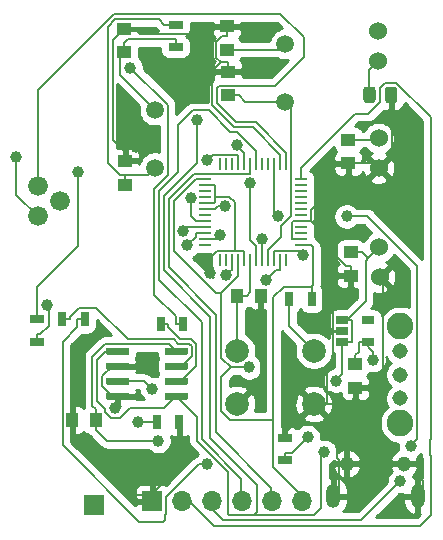
<source format=gbl>
G04 #@! TF.GenerationSoftware,KiCad,Pcbnew,5.1.7-a382d34a8~88~ubuntu18.04.1*
G04 #@! TF.CreationDate,2022-03-02T17:55:55+05:30*
G04 #@! TF.ProjectId,WaterTank_module_v1,57617465-7254-4616-9e6b-5f6d6f64756c,rev?*
G04 #@! TF.SameCoordinates,Original*
G04 #@! TF.FileFunction,Copper,L2,Bot*
G04 #@! TF.FilePolarity,Positive*
%FSLAX46Y46*%
G04 Gerber Fmt 4.6, Leading zero omitted, Abs format (unit mm)*
G04 Created by KiCad (PCBNEW 5.1.7-a382d34a8~88~ubuntu18.04.1) date 2022-03-02 17:55:55*
%MOMM*%
%LPD*%
G01*
G04 APERTURE LIST*
G04 #@! TA.AperFunction,ComponentPad*
%ADD10R,1.700000X1.700000*%
G04 #@! TD*
G04 #@! TA.AperFunction,ComponentPad*
%ADD11O,1.700000X1.700000*%
G04 #@! TD*
G04 #@! TA.AperFunction,ComponentPad*
%ADD12C,1.676400*%
G04 #@! TD*
G04 #@! TA.AperFunction,ComponentPad*
%ADD13C,1.524000*%
G04 #@! TD*
G04 #@! TA.AperFunction,ComponentPad*
%ADD14O,1.200000X2.000000*%
G04 #@! TD*
G04 #@! TA.AperFunction,ComponentPad*
%ADD15O,1.100000X1.300000*%
G04 #@! TD*
G04 #@! TA.AperFunction,SMDPad,CuDef*
%ADD16R,1.000000X0.230000*%
G04 #@! TD*
G04 #@! TA.AperFunction,SMDPad,CuDef*
%ADD17R,0.230000X1.000000*%
G04 #@! TD*
G04 #@! TA.AperFunction,SMDPad,CuDef*
%ADD18R,1.300000X0.700000*%
G04 #@! TD*
G04 #@! TA.AperFunction,SMDPad,CuDef*
%ADD19R,1.000000X1.250000*%
G04 #@! TD*
G04 #@! TA.AperFunction,SMDPad,CuDef*
%ADD20R,1.250000X1.000000*%
G04 #@! TD*
G04 #@! TA.AperFunction,SMDPad,CuDef*
%ADD21R,0.700000X1.300000*%
G04 #@! TD*
G04 #@! TA.AperFunction,SMDPad,CuDef*
%ADD22R,1.060000X0.650000*%
G04 #@! TD*
G04 #@! TA.AperFunction,ComponentPad*
%ADD23C,1.500000*%
G04 #@! TD*
G04 #@! TA.AperFunction,ComponentPad*
%ADD24C,2.000000*%
G04 #@! TD*
G04 #@! TA.AperFunction,ComponentPad*
%ADD25C,1.308000*%
G04 #@! TD*
G04 #@! TA.AperFunction,ComponentPad*
%ADD26C,2.250000*%
G04 #@! TD*
G04 #@! TA.AperFunction,ViaPad*
%ADD27C,1.000000*%
G04 #@! TD*
G04 #@! TA.AperFunction,Conductor*
%ADD28C,0.200000*%
G04 #@! TD*
G04 #@! TA.AperFunction,Conductor*
%ADD29C,0.254000*%
G04 #@! TD*
G04 #@! TA.AperFunction,Conductor*
%ADD30C,0.100000*%
G04 #@! TD*
G04 APERTURE END LIST*
D10*
X35896040Y-87164240D03*
D11*
X38436040Y-87164240D03*
X40976040Y-87164240D03*
X43516040Y-87164240D03*
X46056040Y-87164240D03*
X48596040Y-87164240D03*
G04 #@! TA.AperFunction,SMDPad,CuDef*
G36*
G01*
X31988200Y-78525600D02*
X31988200Y-78009600D01*
G75*
G02*
X32030200Y-77967600I42000J0D01*
G01*
X33916200Y-77967600D01*
G75*
G02*
X33958200Y-78009600I0J-42000D01*
G01*
X33958200Y-78525600D01*
G75*
G02*
X33916200Y-78567600I-42000J0D01*
G01*
X32030200Y-78567600D01*
G75*
G02*
X31988200Y-78525600I0J42000D01*
G01*
G37*
G04 #@! TD.AperFunction*
G04 #@! TA.AperFunction,SMDPad,CuDef*
G36*
G01*
X31988200Y-77255600D02*
X31988200Y-76739600D01*
G75*
G02*
X32030200Y-76697600I42000J0D01*
G01*
X33916200Y-76697600D01*
G75*
G02*
X33958200Y-76739600I0J-42000D01*
G01*
X33958200Y-77255600D01*
G75*
G02*
X33916200Y-77297600I-42000J0D01*
G01*
X32030200Y-77297600D01*
G75*
G02*
X31988200Y-77255600I0J42000D01*
G01*
G37*
G04 #@! TD.AperFunction*
G04 #@! TA.AperFunction,SMDPad,CuDef*
G36*
G01*
X31988200Y-75985600D02*
X31988200Y-75469600D01*
G75*
G02*
X32030200Y-75427600I42000J0D01*
G01*
X33916200Y-75427600D01*
G75*
G02*
X33958200Y-75469600I0J-42000D01*
G01*
X33958200Y-75985600D01*
G75*
G02*
X33916200Y-76027600I-42000J0D01*
G01*
X32030200Y-76027600D01*
G75*
G02*
X31988200Y-75985600I0J42000D01*
G01*
G37*
G04 #@! TD.AperFunction*
G04 #@! TA.AperFunction,SMDPad,CuDef*
G36*
G01*
X31988200Y-74715600D02*
X31988200Y-74199600D01*
G75*
G02*
X32030200Y-74157600I42000J0D01*
G01*
X33916200Y-74157600D01*
G75*
G02*
X33958200Y-74199600I0J-42000D01*
G01*
X33958200Y-74715600D01*
G75*
G02*
X33916200Y-74757600I-42000J0D01*
G01*
X32030200Y-74757600D01*
G75*
G02*
X31988200Y-74715600I0J42000D01*
G01*
G37*
G04 #@! TD.AperFunction*
G04 #@! TA.AperFunction,SMDPad,CuDef*
G36*
G01*
X36938200Y-74715600D02*
X36938200Y-74199600D01*
G75*
G02*
X36980200Y-74157600I42000J0D01*
G01*
X38866200Y-74157600D01*
G75*
G02*
X38908200Y-74199600I0J-42000D01*
G01*
X38908200Y-74715600D01*
G75*
G02*
X38866200Y-74757600I-42000J0D01*
G01*
X36980200Y-74757600D01*
G75*
G02*
X36938200Y-74715600I0J42000D01*
G01*
G37*
G04 #@! TD.AperFunction*
G04 #@! TA.AperFunction,SMDPad,CuDef*
G36*
G01*
X36938200Y-75985600D02*
X36938200Y-75469600D01*
G75*
G02*
X36980200Y-75427600I42000J0D01*
G01*
X38866200Y-75427600D01*
G75*
G02*
X38908200Y-75469600I0J-42000D01*
G01*
X38908200Y-75985600D01*
G75*
G02*
X38866200Y-76027600I-42000J0D01*
G01*
X36980200Y-76027600D01*
G75*
G02*
X36938200Y-75985600I0J42000D01*
G01*
G37*
G04 #@! TD.AperFunction*
G04 #@! TA.AperFunction,SMDPad,CuDef*
G36*
G01*
X36938200Y-77255600D02*
X36938200Y-76739600D01*
G75*
G02*
X36980200Y-76697600I42000J0D01*
G01*
X38866200Y-76697600D01*
G75*
G02*
X38908200Y-76739600I0J-42000D01*
G01*
X38908200Y-77255600D01*
G75*
G02*
X38866200Y-77297600I-42000J0D01*
G01*
X36980200Y-77297600D01*
G75*
G02*
X36938200Y-77255600I0J42000D01*
G01*
G37*
G04 #@! TD.AperFunction*
G04 #@! TA.AperFunction,SMDPad,CuDef*
G36*
G01*
X36938200Y-78525600D02*
X36938200Y-78009600D01*
G75*
G02*
X36980200Y-77967600I42000J0D01*
G01*
X38866200Y-77967600D01*
G75*
G02*
X38908200Y-78009600I0J-42000D01*
G01*
X38908200Y-78525600D01*
G75*
G02*
X38866200Y-78567600I-42000J0D01*
G01*
X36980200Y-78567600D01*
G75*
G02*
X36938200Y-78525600I0J42000D01*
G01*
G37*
G04 #@! TD.AperFunction*
D12*
X26196000Y-63034200D03*
X28101000Y-61764200D03*
X26196000Y-60494200D03*
D13*
X55038900Y-49870000D03*
X55028900Y-47330000D03*
D14*
X51221040Y-86741000D03*
X58371040Y-86741000D03*
D15*
X52371040Y-83991000D03*
X57221040Y-83991000D03*
D13*
X55138000Y-68201200D03*
X55128000Y-65661200D03*
X55064300Y-58968300D03*
X55054300Y-56428300D03*
D16*
X48516500Y-60403700D03*
D17*
X47246500Y-66753700D03*
X46738500Y-66753700D03*
X46230500Y-66753700D03*
X45722500Y-66753700D03*
X45214500Y-66753700D03*
X44706500Y-66753700D03*
X44198500Y-66753700D03*
X43690500Y-66753700D03*
X43182500Y-66753700D03*
X42674500Y-66753700D03*
X42166500Y-66753700D03*
X41658500Y-66753700D03*
D16*
X40388500Y-65483700D03*
X40388500Y-64975700D03*
X40388500Y-63959700D03*
X40388500Y-63451700D03*
X40388500Y-62943700D03*
X40388500Y-62435700D03*
X40388500Y-61927700D03*
X40388500Y-61419700D03*
X40388500Y-60911700D03*
X40388500Y-60403700D03*
X40388500Y-59895700D03*
D17*
X42166500Y-58625700D03*
X42674500Y-58625700D03*
X43182500Y-58625700D03*
X43690500Y-58625700D03*
X44198500Y-58625700D03*
X44706500Y-58625700D03*
X45214500Y-58625700D03*
X45722500Y-58625700D03*
X46230500Y-58625700D03*
X46738500Y-58625700D03*
X47246500Y-58625700D03*
D16*
X48516500Y-59895700D03*
X48516500Y-60911700D03*
X48516500Y-61419700D03*
X48516500Y-61927700D03*
X48516500Y-62435700D03*
X48516500Y-62943700D03*
X48516500Y-63451700D03*
X48516500Y-63959700D03*
X48516500Y-64467700D03*
X48516500Y-64975700D03*
X48516500Y-65483700D03*
D17*
X41658500Y-58625700D03*
D16*
X40388500Y-64467700D03*
D18*
X26162000Y-73660000D03*
X26162000Y-71760000D03*
D10*
X30927000Y-87470000D03*
D19*
X45084200Y-69761100D03*
X43084200Y-69761100D03*
D20*
X42227500Y-48947600D03*
X42227500Y-46947600D03*
X42296100Y-50805800D03*
X42296100Y-52805800D03*
X33530500Y-47150800D03*
X33530500Y-49150800D03*
X33596000Y-60364200D03*
X33596000Y-58364200D03*
X52696000Y-66064200D03*
X52696000Y-68064200D03*
X53096000Y-75564200D03*
X53096000Y-77564200D03*
D21*
X47492900Y-70032900D03*
X49392900Y-70032900D03*
D18*
X37863800Y-48719800D03*
X37863800Y-46819800D03*
X47096000Y-81814200D03*
X47096000Y-83714200D03*
D22*
X51996000Y-73714200D03*
X51996000Y-72764200D03*
X51996000Y-71814200D03*
X54196000Y-71814200D03*
X54196000Y-73714200D03*
D23*
X47170300Y-53345700D03*
X47170300Y-48465700D03*
X36141700Y-54058800D03*
X36141700Y-58938800D03*
D24*
X43075700Y-78940700D03*
X43075700Y-74440700D03*
X49575700Y-78940700D03*
X49575700Y-74440700D03*
D20*
X52496000Y-56564200D03*
X52496000Y-58564200D03*
D19*
X31100800Y-80299600D03*
X29100800Y-80299600D03*
D21*
X36614000Y-72207100D03*
X38514000Y-72207100D03*
X30187900Y-71777900D03*
X28287900Y-71777900D03*
X38173700Y-80490100D03*
X36273700Y-80490100D03*
G04 #@! TA.AperFunction,SMDPad,CuDef*
G36*
G01*
X53771000Y-53214202D02*
X53771000Y-52314198D01*
G75*
G02*
X54020998Y-52064200I249998J0D01*
G01*
X54546002Y-52064200D01*
G75*
G02*
X54796000Y-52314198I0J-249998D01*
G01*
X54796000Y-53214202D01*
G75*
G02*
X54546002Y-53464200I-249998J0D01*
G01*
X54020998Y-53464200D01*
G75*
G02*
X53771000Y-53214202I0J249998D01*
G01*
G37*
G04 #@! TD.AperFunction*
G04 #@! TA.AperFunction,SMDPad,CuDef*
G36*
G01*
X55596000Y-53214202D02*
X55596000Y-52314198D01*
G75*
G02*
X55845998Y-52064200I249998J0D01*
G01*
X56371002Y-52064200D01*
G75*
G02*
X56621000Y-52314198I0J-249998D01*
G01*
X56621000Y-53214202D01*
G75*
G02*
X56371002Y-53464200I-249998J0D01*
G01*
X55845998Y-53464200D01*
G75*
G02*
X55596000Y-53214202I0J249998D01*
G01*
G37*
G04 #@! TD.AperFunction*
D25*
X56896040Y-78464240D03*
X56896040Y-76464240D03*
X56896040Y-74464240D03*
D26*
X56896040Y-80564240D03*
X56896040Y-72364240D03*
D27*
X48695900Y-66357600D03*
X45214500Y-64962600D03*
X44156500Y-60237500D03*
X54596030Y-75190600D03*
X51456300Y-76950900D03*
X36396040Y-82064240D03*
X50445200Y-83000200D03*
X39675900Y-54873100D03*
X44089300Y-75833300D03*
X52356600Y-63062800D03*
X46528800Y-63062800D03*
X56896040Y-85464240D03*
X57796040Y-82464244D03*
X42119500Y-68019100D03*
X41589400Y-64603200D03*
X38532200Y-64257400D03*
X39134100Y-61530400D03*
X38861900Y-65507600D03*
X49063100Y-81747100D03*
X45518100Y-68429500D03*
X40755500Y-67867900D03*
X34522600Y-57171300D03*
X32711397Y-79251797D03*
X27000800Y-70593400D03*
X29639500Y-59306000D03*
X40539200Y-58288300D03*
X34048500Y-50451700D03*
X40521000Y-84035600D03*
X34696040Y-80464240D03*
X35896040Y-77664240D03*
X43052300Y-57016400D03*
X42062800Y-62184900D03*
X24396040Y-58064240D03*
D28*
X43084200Y-69761100D02*
X43884500Y-69761100D01*
X44198500Y-66753700D02*
X44198500Y-69447100D01*
X44198500Y-69447100D02*
X43884500Y-69761100D01*
X43075700Y-74440700D02*
X43075700Y-70694900D01*
X43075700Y-70694900D02*
X43084200Y-70686400D01*
X43084200Y-69761100D02*
X43084200Y-69857400D01*
X43084200Y-70223700D02*
X43084200Y-70686400D01*
X43084200Y-70223700D02*
X43084200Y-69857400D01*
X49575700Y-74440700D02*
X47492900Y-72357900D01*
X47492900Y-72357900D02*
X47492900Y-70032900D01*
X46230500Y-66753700D02*
X46230500Y-65953400D01*
X48695900Y-66357600D02*
X48291700Y-65953400D01*
X48291700Y-65953400D02*
X46230500Y-65953400D01*
X43152800Y-48947600D02*
X46688400Y-48947600D01*
X46688400Y-48947600D02*
X47170300Y-48465700D01*
X42227500Y-48947600D02*
X43152800Y-48947600D01*
X45722500Y-66753700D02*
X45722500Y-65875000D01*
X45722500Y-65875000D02*
X46822000Y-64775500D01*
X46822000Y-64775500D02*
X46822000Y-63901500D01*
X46822000Y-63901500D02*
X47329100Y-63394400D01*
X47329100Y-63394400D02*
X47329100Y-63356000D01*
X47329100Y-63356000D02*
X47661800Y-63023300D01*
X47661800Y-63023300D02*
X47661800Y-53837200D01*
X47661800Y-53837200D02*
X47170300Y-53345700D01*
X43221400Y-52805800D02*
X43761300Y-53345700D01*
X43761300Y-53345700D02*
X47170300Y-53345700D01*
X42296100Y-52805800D02*
X43221400Y-52805800D01*
X45214500Y-64962600D02*
X45214500Y-66753700D01*
X36141700Y-54058800D02*
X33190100Y-51107200D01*
X33190100Y-51107200D02*
X33190100Y-49491200D01*
X33190100Y-49491200D02*
X33530500Y-49150800D01*
X37863800Y-48069500D02*
X33811500Y-48069500D01*
X33811500Y-48069500D02*
X33530500Y-48350500D01*
X37863800Y-48719800D02*
X37863800Y-48069500D01*
X33530500Y-49150800D02*
X33530500Y-48350500D01*
X44706500Y-66753700D02*
X44706500Y-65586400D01*
X44706500Y-65586400D02*
X44156500Y-65036400D01*
X44156500Y-65036400D02*
X44156500Y-60237500D01*
X33596000Y-59563900D02*
X33195800Y-59563900D01*
X33195800Y-59563900D02*
X32139900Y-58508000D01*
X32139900Y-58508000D02*
X32139900Y-46986400D01*
X32139900Y-46986400D02*
X32775900Y-46350400D01*
X32775900Y-46350400D02*
X36444100Y-46350400D01*
X36444100Y-46350400D02*
X36913500Y-46819800D01*
X36141700Y-58938800D02*
X35516600Y-59563900D01*
X35516600Y-59563900D02*
X33596000Y-59563900D01*
X33596000Y-60364200D02*
X33596000Y-59563900D01*
X37863800Y-46819800D02*
X36913500Y-46819800D01*
X53780900Y-73714200D02*
X53365700Y-73714200D01*
X54196000Y-73714200D02*
X53780900Y-73714200D01*
X53096000Y-75564200D02*
X53096000Y-74763900D01*
X53365700Y-73714200D02*
X53365700Y-74494200D01*
X53365700Y-74494200D02*
X53096000Y-74763900D01*
X54596030Y-74529330D02*
X54596030Y-75190600D01*
X53780900Y-73714200D02*
X54596030Y-74529330D01*
X37923200Y-74457600D02*
X37322700Y-73857100D01*
X37322700Y-73857100D02*
X31887700Y-73857100D01*
X31887700Y-73857100D02*
X30817700Y-74927100D01*
X30817700Y-74927100D02*
X30817700Y-79091200D01*
X30817700Y-79091200D02*
X31100800Y-79374300D01*
X51996000Y-73714200D02*
X51996000Y-76411200D01*
X51996000Y-76411200D02*
X51456300Y-76950900D01*
X31100800Y-79836900D02*
X31100800Y-80299600D01*
X31100800Y-79836900D02*
X31100800Y-79374300D01*
X54173200Y-66616000D02*
X55128000Y-65661200D01*
X53621300Y-66064200D02*
X54173200Y-66616000D01*
X52696000Y-66064200D02*
X53621300Y-66064200D01*
X52411200Y-71814200D02*
X52826300Y-71814200D01*
X51996000Y-71814200D02*
X52411200Y-71814200D01*
X51996000Y-73714200D02*
X52826300Y-73714200D01*
X52826300Y-71814200D02*
X52826300Y-73714200D01*
X32040440Y-82064240D02*
X36396040Y-82064240D01*
X31100800Y-81124600D02*
X32040440Y-82064240D01*
X31100800Y-80299600D02*
X31100800Y-81124600D01*
X53968400Y-70257000D02*
X53968400Y-66820800D01*
X52411200Y-71814200D02*
X53968400Y-70257000D01*
X53968400Y-66820800D02*
X54173200Y-66616000D01*
X55054300Y-56428300D02*
X54918400Y-56564200D01*
X54918400Y-56564200D02*
X52496000Y-56564200D01*
X36926559Y-79264241D02*
X34041659Y-79264241D01*
X33204101Y-80101799D02*
X32377395Y-80101799D01*
X31988200Y-74457600D02*
X32973200Y-74457600D01*
X31911395Y-79326595D02*
X31250900Y-78666100D01*
X32377395Y-80101799D02*
X31911395Y-79635799D01*
X34041659Y-79264241D02*
X33204101Y-80101799D01*
X31911395Y-79635799D02*
X31911395Y-79326595D01*
X37923200Y-78267600D02*
X36926559Y-79264241D01*
X31250900Y-78666100D02*
X31250900Y-75194900D01*
X31250900Y-75194900D02*
X31988200Y-74457600D01*
X42296400Y-88246200D02*
X42414429Y-88364229D01*
X37923200Y-78267600D02*
X39669800Y-80014200D01*
X42296400Y-84679000D02*
X42296400Y-88246200D01*
X39669800Y-82052400D02*
X42296400Y-84679000D01*
X44478971Y-88364229D02*
X44597000Y-88246200D01*
X39669800Y-80014200D02*
X39669800Y-82052400D01*
X42414429Y-88364229D02*
X44478971Y-88364229D01*
X39675900Y-58507500D02*
X39675900Y-54873100D01*
X36869700Y-61313700D02*
X39675900Y-58507500D01*
X44796040Y-88047160D02*
X44796040Y-85836840D01*
X44597000Y-88246200D02*
X44796040Y-88047160D01*
X44796040Y-85836840D02*
X40790600Y-81831400D01*
X40790600Y-81831400D02*
X40790600Y-71544000D01*
X40790600Y-71544000D02*
X36869700Y-67623100D01*
X36869700Y-67623100D02*
X36869700Y-61313700D01*
X50196040Y-83249360D02*
X50445200Y-83000200D01*
X49566571Y-88364229D02*
X50196040Y-87734760D01*
X44597000Y-88246200D02*
X44715029Y-88364229D01*
X50196040Y-87734760D02*
X50196040Y-83249360D01*
X44715029Y-88364229D02*
X49566571Y-88364229D01*
X41727500Y-69555800D02*
X41311600Y-69555800D01*
X41311600Y-69555800D02*
X37711200Y-65955400D01*
X37711200Y-65955400D02*
X37711200Y-61749400D01*
X37711200Y-61749400D02*
X39564900Y-59895700D01*
X39564900Y-59895700D02*
X40388500Y-59895700D01*
X49316800Y-69006500D02*
X49496200Y-68827100D01*
X49496200Y-68827100D02*
X49496200Y-65663100D01*
X49496200Y-65663100D02*
X49316800Y-65483700D01*
X41727500Y-69555800D02*
X43182500Y-68100800D01*
X43182500Y-68100800D02*
X43182500Y-66753700D01*
X42542600Y-75833300D02*
X41727500Y-75018200D01*
X41727500Y-75018200D02*
X41727500Y-69555800D01*
X48816600Y-65483700D02*
X48516500Y-65483700D01*
X48816600Y-65483700D02*
X49316800Y-65483700D01*
X46138400Y-80257100D02*
X46138400Y-84231100D01*
X46138400Y-84231100D02*
X48526700Y-86619400D01*
X49316800Y-69006500D02*
X47044200Y-69006500D01*
X47044200Y-69006500D02*
X46138400Y-69912300D01*
X46138400Y-69912300D02*
X46138400Y-80257100D01*
X46138400Y-80257100D02*
X42500400Y-80257100D01*
X42500400Y-80257100D02*
X41753900Y-79510600D01*
X41753900Y-79510600D02*
X41753900Y-76622000D01*
X41753900Y-76622000D02*
X42542600Y-75833300D01*
X44089300Y-75833300D02*
X42542600Y-75833300D01*
X49392900Y-69082600D02*
X49316800Y-69006500D01*
X48526700Y-87769700D02*
X48526700Y-86619400D01*
X49392900Y-70032900D02*
X49392900Y-69082600D01*
X26196000Y-52341400D02*
X26196000Y-60494200D01*
X32621300Y-45916100D02*
X26196000Y-52341400D01*
X46747900Y-45916100D02*
X32621300Y-45916100D01*
X48709800Y-48458600D02*
X48709800Y-47878000D01*
X48709800Y-47878000D02*
X46747900Y-45916100D01*
X46254880Y-52005400D02*
X48709800Y-49550480D01*
X41546800Y-52005400D02*
X46254880Y-52005400D01*
X47246500Y-57701100D02*
X44636300Y-55090900D01*
X47246500Y-58625700D02*
X47246500Y-57701100D01*
X44636300Y-55090900D02*
X43007800Y-55090900D01*
X48709800Y-49550480D02*
X48709800Y-48458600D01*
X43007800Y-55090900D02*
X41370800Y-53453900D01*
X41370800Y-53453900D02*
X41370800Y-52181400D01*
X41370800Y-52181400D02*
X41546800Y-52005400D01*
X46230500Y-58625700D02*
X46230500Y-62764500D01*
X46230500Y-62764500D02*
X46528800Y-63062800D01*
X40976040Y-87839040D02*
X41548640Y-88411640D01*
X40906700Y-87769700D02*
X41548640Y-88411640D01*
X40976040Y-87164240D02*
X40976040Y-87839040D01*
X53596040Y-88764240D02*
X56896040Y-85464240D01*
X41901240Y-88764240D02*
X53596040Y-88764240D01*
X41548640Y-88411640D02*
X41901240Y-88764240D01*
X58331812Y-81928472D02*
X57796040Y-82464244D01*
X54112600Y-63062800D02*
X58331812Y-67282012D01*
X58331812Y-67282012D02*
X58331812Y-81928472D01*
X52356600Y-63062800D02*
X54112600Y-63062800D01*
X38972160Y-87164240D02*
X38984590Y-87164240D01*
X38366700Y-87769700D02*
X38972160Y-87164240D01*
X38436040Y-87164240D02*
X38984590Y-87164240D01*
X59396040Y-83248244D02*
X59396040Y-81980236D01*
X59496040Y-83348244D02*
X59396040Y-83248244D01*
X56563200Y-51727900D02*
X55639600Y-51727900D01*
X48516500Y-58919800D02*
X48516500Y-59580700D01*
X58585560Y-89264240D02*
X59496040Y-88353760D01*
X59496040Y-81880236D02*
X59496040Y-54660740D01*
X38984590Y-87164240D02*
X41084590Y-89264240D01*
X41084590Y-89264240D02*
X58585560Y-89264240D01*
X48516500Y-59580700D02*
X48516500Y-59895700D01*
X59396040Y-81980236D02*
X59496040Y-81880236D01*
X59496040Y-54660740D02*
X56563200Y-51727900D01*
X59496040Y-88353760D02*
X59496040Y-83348244D01*
X53072700Y-54363600D02*
X48516500Y-58919800D01*
X55196000Y-52171500D02*
X55196000Y-53362300D01*
X55639600Y-51727900D02*
X55196000Y-52171500D01*
X55196000Y-53362300D02*
X54194700Y-54363600D01*
X54194700Y-54363600D02*
X53072700Y-54363600D01*
X42119500Y-68019100D02*
X42584600Y-67554000D01*
X42584600Y-67554000D02*
X42674500Y-67554000D01*
X42674500Y-66753700D02*
X42674500Y-67554000D01*
X40388500Y-64975700D02*
X41216900Y-64975700D01*
X41216900Y-64975700D02*
X41589400Y-64603200D01*
X40388500Y-63959700D02*
X38829900Y-63959700D01*
X38829900Y-63959700D02*
X38532200Y-64257400D01*
X39588200Y-63451700D02*
X39134100Y-62997600D01*
X39134100Y-62997600D02*
X39134100Y-61530400D01*
X40388500Y-63451700D02*
X39588200Y-63451700D01*
X39588200Y-64467700D02*
X39588200Y-64781300D01*
X39588200Y-64781300D02*
X38861900Y-65507600D01*
X40388500Y-64467700D02*
X39588200Y-64467700D01*
X47096000Y-83714200D02*
X47096000Y-83063900D01*
X47096000Y-83063900D02*
X47746300Y-83063900D01*
X47746300Y-83063900D02*
X49063100Y-81747100D01*
X46738500Y-67554000D02*
X46393600Y-67554000D01*
X46393600Y-67554000D02*
X45518100Y-68429500D01*
X46738500Y-66753700D02*
X46738500Y-67554000D01*
X32973200Y-78267600D02*
X32517600Y-78267600D01*
X32517600Y-78267600D02*
X31660900Y-77410900D01*
X31660900Y-77410900D02*
X31660900Y-76596500D01*
X31660900Y-76596500D02*
X32529800Y-75727600D01*
X32529800Y-75727600D02*
X32973200Y-75727600D01*
X47716200Y-64975700D02*
X47716200Y-63573400D01*
X47716200Y-63573400D02*
X47816300Y-63473300D01*
X47816300Y-63473300D02*
X47816300Y-63451700D01*
X46738500Y-57825400D02*
X44404300Y-55491200D01*
X44404300Y-55491200D02*
X42810400Y-55491200D01*
X42810400Y-55491200D02*
X40970500Y-53651300D01*
X40970500Y-53651300D02*
X40970500Y-50730900D01*
X40970500Y-50730900D02*
X41695900Y-50005500D01*
X38173700Y-80490100D02*
X38173700Y-81440400D01*
X50656000Y-78940700D02*
X51977300Y-78940700D01*
X49575700Y-78940700D02*
X50656000Y-78940700D01*
X51165700Y-72764200D02*
X51165700Y-75458000D01*
X51165700Y-75458000D02*
X50656000Y-75967700D01*
X50656000Y-75967700D02*
X50656000Y-78940700D01*
X35826700Y-86619400D02*
X38173700Y-84272400D01*
X38173700Y-84272400D02*
X38173700Y-81440400D01*
X41188800Y-61384600D02*
X41188800Y-60403700D01*
X41088700Y-61927700D02*
X41188800Y-61827600D01*
X41188800Y-61827600D02*
X41188800Y-61384600D01*
X42863100Y-65953300D02*
X42863100Y-61853300D01*
X42863100Y-61853300D02*
X42394400Y-61384600D01*
X42394400Y-61384600D02*
X41188800Y-61384600D01*
X42863100Y-65953300D02*
X43690400Y-65953300D01*
X43690400Y-65953300D02*
X43690500Y-65953400D01*
X40755500Y-67867900D02*
X40755500Y-66606600D01*
X40755500Y-66606600D02*
X41408800Y-65953300D01*
X41408800Y-65953300D02*
X42863100Y-65953300D01*
X43690500Y-66753700D02*
X43690500Y-65953400D01*
X33596000Y-57563900D02*
X33988600Y-57171300D01*
X33988600Y-57171300D02*
X34522600Y-57171300D01*
X33530500Y-47150800D02*
X32584500Y-48096800D01*
X32584500Y-48096800D02*
X32584500Y-56552400D01*
X32584500Y-56552400D02*
X33596000Y-57563900D01*
X46738500Y-58225500D02*
X46738500Y-58625700D01*
X43075700Y-78940700D02*
X45084200Y-76932200D01*
X45084200Y-76932200D02*
X45084200Y-69761100D01*
X46738500Y-58225500D02*
X46738500Y-57825400D01*
X41695900Y-50005500D02*
X41302100Y-49611700D01*
X41302100Y-49611700D02*
X41302100Y-48273200D01*
X42296100Y-50005500D02*
X41695900Y-50005500D01*
X48516500Y-63451700D02*
X47816300Y-63451700D01*
X35826700Y-86619400D02*
X34495300Y-86619400D01*
X34495300Y-86619400D02*
X29100800Y-81224900D01*
X52696000Y-68064200D02*
X52696000Y-67263900D01*
X49316700Y-63451700D02*
X51566200Y-65701200D01*
X51566200Y-65701200D02*
X51566200Y-66534300D01*
X51566200Y-66534300D02*
X52295800Y-67263900D01*
X52295800Y-67263900D02*
X52696000Y-67263900D01*
X49316700Y-63451700D02*
X49316800Y-63451700D01*
X48516500Y-63451700D02*
X49216700Y-63451700D01*
X49216700Y-63451700D02*
X49316700Y-63451700D01*
X57677600Y-83991000D02*
X52827600Y-83991000D01*
X58102800Y-83991000D02*
X57677600Y-83991000D01*
X58102800Y-83991000D02*
X58527900Y-83991000D01*
X58827600Y-86741000D02*
X58827600Y-85440700D01*
X58527900Y-83991000D02*
X58527900Y-85141000D01*
X58527900Y-85141000D02*
X58827600Y-85440700D01*
X51977300Y-83991000D02*
X51677600Y-84290700D01*
X51677600Y-84290700D02*
X51677600Y-86741000D01*
X40388500Y-60403700D02*
X41188800Y-60403700D01*
X52496000Y-58564200D02*
X52496000Y-59364500D01*
X49316800Y-63451700D02*
X49316800Y-62543700D01*
X49316800Y-62543700D02*
X52496000Y-59364500D01*
X40388500Y-61927700D02*
X41088700Y-61927700D01*
X48516500Y-64975700D02*
X47716200Y-64975700D01*
X41302100Y-48273200D02*
X41827400Y-47747900D01*
X41827400Y-47747900D02*
X42227500Y-47747900D01*
X41302100Y-48273200D02*
X40611300Y-47582400D01*
X40611300Y-47582400D02*
X34887400Y-47582400D01*
X34887400Y-47582400D02*
X34455800Y-47150800D01*
X33530500Y-47150800D02*
X34455800Y-47150800D01*
X33596000Y-58364200D02*
X33596000Y-57563900D01*
X42227500Y-46947600D02*
X42227500Y-47747900D01*
X42296100Y-50805800D02*
X42296100Y-50005500D01*
X52696000Y-68064200D02*
X52696000Y-68864500D01*
X51977300Y-78940700D02*
X52519800Y-78940700D01*
X52519800Y-78940700D02*
X53096000Y-78364500D01*
X52827600Y-83991000D02*
X51977300Y-83991000D01*
X47096000Y-81163900D02*
X47352500Y-81163900D01*
X47352500Y-81163900D02*
X49575700Y-78940700D01*
X53096000Y-77564200D02*
X53096000Y-78364500D01*
X51996000Y-72764200D02*
X51165700Y-72764200D01*
X51165700Y-72764200D02*
X51165700Y-70394800D01*
X51165700Y-70394800D02*
X52696000Y-68864500D01*
X47096000Y-81814200D02*
X47096000Y-81163900D01*
X52496000Y-58564200D02*
X54660200Y-58564200D01*
X54660200Y-58564200D02*
X55064300Y-58968300D01*
X29100800Y-80299600D02*
X29100800Y-81224900D01*
X35826700Y-87769700D02*
X35826700Y-86619400D01*
X56108500Y-52764200D02*
X56193300Y-52849000D01*
X56193300Y-52849000D02*
X56193300Y-57839300D01*
X56193300Y-57839300D02*
X55064300Y-58968300D01*
X32973200Y-78989994D02*
X32711397Y-79251797D01*
X32973200Y-78267600D02*
X32973200Y-78989994D01*
X51496040Y-83509740D02*
X51977300Y-83991000D01*
X51977300Y-78940700D02*
X51496040Y-79421960D01*
X51496040Y-79421960D02*
X51496040Y-83509740D01*
X54021300Y-77564200D02*
X53096000Y-77564200D01*
X55396040Y-68459240D02*
X55396040Y-76189460D01*
X55396040Y-76189460D02*
X54021300Y-77564200D01*
X55138000Y-68201200D02*
X55396040Y-68459240D01*
X26162000Y-73660000D02*
X26162000Y-73009700D01*
X27000800Y-70593400D02*
X27112400Y-70705000D01*
X27112400Y-70705000D02*
X27112400Y-72303200D01*
X27112400Y-72303200D02*
X26405900Y-73009700D01*
X26405900Y-73009700D02*
X26162000Y-73009700D01*
X43182500Y-57825400D02*
X41002100Y-57825400D01*
X41002100Y-57825400D02*
X40539200Y-58288300D01*
X43182500Y-58625700D02*
X43182500Y-57825400D01*
X29639500Y-59306000D02*
X29639500Y-65522500D01*
X29639500Y-65522500D02*
X26162000Y-69000000D01*
X26162000Y-69000000D02*
X26162000Y-71760000D01*
X44706500Y-58625700D02*
X44706500Y-57503200D01*
X44706500Y-57503200D02*
X43094800Y-55891500D01*
X43094800Y-55891500D02*
X42493700Y-55891500D01*
X42493700Y-55891500D02*
X40664800Y-54062600D01*
X40664800Y-54062600D02*
X39336000Y-54062600D01*
X39336000Y-54062600D02*
X38058400Y-55340200D01*
X38058400Y-55340200D02*
X38058400Y-59313600D01*
X38058400Y-59313600D02*
X36461700Y-60910300D01*
X36461700Y-60910300D02*
X36461700Y-68420200D01*
X36461700Y-68420200D02*
X40070100Y-72028600D01*
X40070100Y-72028600D02*
X40070100Y-81886500D01*
X40070100Y-81886500D02*
X43446700Y-85263100D01*
X43446700Y-85263100D02*
X43446700Y-87769700D01*
X44198500Y-59426000D02*
X44198500Y-58625700D01*
X45986700Y-86057950D02*
X41271400Y-81342650D01*
X45986700Y-87769700D02*
X45986700Y-86057950D01*
X37274400Y-61614500D02*
X39462900Y-59426000D01*
X41271400Y-81342650D02*
X41271400Y-71376000D01*
X41271400Y-71376000D02*
X37274400Y-67379000D01*
X39462900Y-59426000D02*
X44198500Y-59426000D01*
X37274400Y-67379000D02*
X37274400Y-61614500D01*
X34048500Y-50451700D02*
X37210900Y-53614100D01*
X37210900Y-53614100D02*
X37210900Y-59557400D01*
X37210900Y-59557400D02*
X36042900Y-60725400D01*
X36042900Y-60725400D02*
X36042900Y-69668100D01*
X36042900Y-69668100D02*
X37863700Y-71488900D01*
X37863700Y-71488900D02*
X37863700Y-72207100D01*
X38514000Y-72207100D02*
X37863700Y-72207100D01*
X39824680Y-84035600D02*
X40521000Y-84035600D01*
X36977100Y-88314241D02*
X36986041Y-88314241D01*
X36977100Y-88782000D02*
X36977100Y-88314241D01*
X37046041Y-86814239D02*
X39824680Y-84035600D01*
X36839000Y-88920100D02*
X36977100Y-88782000D01*
X29537600Y-71777900D02*
X29537600Y-72428200D01*
X29537600Y-72428200D02*
X28300400Y-73665400D01*
X30187900Y-71777900D02*
X29537600Y-71777900D01*
X28300400Y-73665400D02*
X28300400Y-82426000D01*
X36986041Y-88314241D02*
X37046041Y-88254241D01*
X28300400Y-82426000D02*
X34794500Y-88920100D01*
X37046041Y-88254241D02*
X37046041Y-86814239D01*
X34794500Y-88920100D02*
X36839000Y-88920100D01*
X37923200Y-76997600D02*
X38369100Y-76997600D01*
X38369100Y-76997600D02*
X39622000Y-75744700D01*
X39622000Y-75744700D02*
X39622000Y-73891400D01*
X39622000Y-73891400D02*
X39146000Y-73415400D01*
X39146000Y-73415400D02*
X38228700Y-73415400D01*
X38228700Y-73415400D02*
X37264300Y-72451000D01*
X37264300Y-72451000D02*
X37264300Y-72207100D01*
X36614000Y-72207100D02*
X37264300Y-72207100D01*
X28287900Y-71777900D02*
X28938200Y-71777900D01*
X37923200Y-75727600D02*
X38410200Y-75727600D01*
X38410200Y-75727600D02*
X39221700Y-74916100D01*
X39221700Y-74916100D02*
X39221700Y-74057200D01*
X39221700Y-74057200D02*
X39000900Y-73836400D01*
X39000900Y-73836400D02*
X38083400Y-73836400D01*
X38083400Y-73836400D02*
X37703700Y-73456700D01*
X37703700Y-73456700D02*
X33805400Y-73456700D01*
X33805400Y-73456700D02*
X31121900Y-70773200D01*
X31121900Y-70773200D02*
X29699000Y-70773200D01*
X29699000Y-70773200D02*
X28938200Y-71534000D01*
X28938200Y-71534000D02*
X28938200Y-71777900D01*
X34721900Y-80490100D02*
X34696040Y-80464240D01*
X36273700Y-80490100D02*
X34721900Y-80490100D01*
X32973200Y-76997600D02*
X35229400Y-76997600D01*
X35229400Y-76997600D02*
X35896040Y-77664240D01*
X43052300Y-57016400D02*
X43690500Y-57654600D01*
X43690500Y-57654600D02*
X43690500Y-58625700D01*
X41188800Y-62435700D02*
X41439600Y-62184900D01*
X41439600Y-62184900D02*
X42062800Y-62184900D01*
X40388500Y-62435700D02*
X41188800Y-62435700D01*
X54283500Y-52764200D02*
X54283500Y-50625400D01*
X54283500Y-50625400D02*
X55038900Y-49870000D01*
X26196000Y-63034200D02*
X24396040Y-61234240D01*
X24396040Y-61234240D02*
X24396040Y-58064240D01*
D29*
X46878813Y-72768219D02*
X46970662Y-72880137D01*
X46998708Y-72903154D01*
X48019878Y-73924325D01*
X48003532Y-73963788D01*
X47940700Y-74279667D01*
X47940700Y-74601733D01*
X48003532Y-74917612D01*
X48126782Y-75215163D01*
X48305713Y-75482952D01*
X48533448Y-75710687D01*
X48801237Y-75889618D01*
X49098788Y-76012868D01*
X49414667Y-76075700D01*
X49736733Y-76075700D01*
X50052612Y-76012868D01*
X50350163Y-75889618D01*
X50617952Y-75710687D01*
X50845687Y-75482952D01*
X51024618Y-75215163D01*
X51147868Y-74917612D01*
X51206920Y-74620738D01*
X51221820Y-74628702D01*
X51261000Y-74640587D01*
X51261001Y-75832511D01*
X51125233Y-75859517D01*
X50918676Y-75945076D01*
X50732780Y-76069288D01*
X50574688Y-76227380D01*
X50450476Y-76413276D01*
X50364917Y-76619833D01*
X50321300Y-76839112D01*
X50321300Y-77062688D01*
X50364917Y-77281967D01*
X50450476Y-77488524D01*
X50574688Y-77674420D01*
X50618530Y-77718262D01*
X50531507Y-77805285D01*
X50435744Y-77540886D01*
X50146129Y-77399996D01*
X49834592Y-77318316D01*
X49513105Y-77298982D01*
X49194025Y-77342739D01*
X48889612Y-77447905D01*
X48715656Y-77540886D01*
X48619892Y-77805287D01*
X49575700Y-78761095D01*
X49589843Y-78746953D01*
X49769448Y-78926558D01*
X49755305Y-78940700D01*
X50711113Y-79896508D01*
X50975514Y-79800744D01*
X51116404Y-79511129D01*
X51198084Y-79199592D01*
X51217418Y-78878105D01*
X51173661Y-78559025D01*
X51068495Y-78254612D01*
X50975514Y-78080656D01*
X50711115Y-77984893D01*
X50811138Y-77884870D01*
X50918676Y-77956724D01*
X51125233Y-78042283D01*
X51344512Y-78085900D01*
X51568088Y-78085900D01*
X51787367Y-78042283D01*
X51833516Y-78023167D01*
X51832928Y-78064200D01*
X51845188Y-78188682D01*
X51881498Y-78308380D01*
X51940463Y-78418694D01*
X52019815Y-78515385D01*
X52116506Y-78594737D01*
X52226820Y-78653702D01*
X52346518Y-78690012D01*
X52471000Y-78702272D01*
X52810250Y-78699200D01*
X52969000Y-78540450D01*
X52969000Y-77691200D01*
X53223000Y-77691200D01*
X53223000Y-78540450D01*
X53381750Y-78699200D01*
X53721000Y-78702272D01*
X53845482Y-78690012D01*
X53965180Y-78653702D01*
X54075494Y-78594737D01*
X54172185Y-78515385D01*
X54251537Y-78418694D01*
X54310502Y-78308380D01*
X54346812Y-78188682D01*
X54359072Y-78064200D01*
X54356000Y-77849950D01*
X54197250Y-77691200D01*
X53223000Y-77691200D01*
X52969000Y-77691200D01*
X52949000Y-77691200D01*
X52949000Y-77437200D01*
X52969000Y-77437200D01*
X52969000Y-77417200D01*
X53223000Y-77417200D01*
X53223000Y-77437200D01*
X54197250Y-77437200D01*
X54356000Y-77278450D01*
X54359072Y-77064200D01*
X54346812Y-76939718D01*
X54310502Y-76820020D01*
X54251537Y-76709706D01*
X54172185Y-76613015D01*
X54112704Y-76564200D01*
X54172185Y-76515385D01*
X54251537Y-76418694D01*
X54310502Y-76308380D01*
X54315462Y-76292028D01*
X54484242Y-76325600D01*
X54707818Y-76325600D01*
X54927097Y-76281983D01*
X55133654Y-76196424D01*
X55319550Y-76072212D01*
X55477642Y-75914120D01*
X55601854Y-75728224D01*
X55687413Y-75521667D01*
X55731030Y-75302388D01*
X55731030Y-75078812D01*
X55708515Y-74965620D01*
X55753743Y-75074810D01*
X55894808Y-75285930D01*
X56073118Y-75464240D01*
X55894808Y-75642550D01*
X55753743Y-75853670D01*
X55656575Y-76088253D01*
X55607040Y-76337285D01*
X55607040Y-76591195D01*
X55656575Y-76840227D01*
X55753743Y-77074810D01*
X55894808Y-77285930D01*
X56073118Y-77464240D01*
X55894808Y-77642550D01*
X55753743Y-77853670D01*
X55656575Y-78088253D01*
X55607040Y-78337285D01*
X55607040Y-78591195D01*
X55656575Y-78840227D01*
X55753743Y-79074810D01*
X55816545Y-79168801D01*
X55774105Y-79197159D01*
X55528959Y-79442305D01*
X55336348Y-79730567D01*
X55203676Y-80050867D01*
X55136040Y-80390895D01*
X55136040Y-80737585D01*
X55203676Y-81077613D01*
X55336348Y-81397913D01*
X55528959Y-81686175D01*
X55774105Y-81931321D01*
X56062367Y-82123932D01*
X56382667Y-82256604D01*
X56668785Y-82313517D01*
X56661040Y-82352456D01*
X56661040Y-82576032D01*
X56704657Y-82795311D01*
X56716368Y-82823584D01*
X56547207Y-82917615D01*
X56370257Y-83067777D01*
X56226002Y-83249574D01*
X56119985Y-83456021D01*
X56056281Y-83679184D01*
X56196236Y-83864000D01*
X57094040Y-83864000D01*
X57094040Y-83844000D01*
X57348040Y-83844000D01*
X57348040Y-83864000D01*
X58245844Y-83864000D01*
X58385799Y-83679184D01*
X58326904Y-83472868D01*
X58333664Y-83470068D01*
X58519560Y-83345856D01*
X58661040Y-83204376D01*
X58661040Y-83212138D01*
X58657484Y-83248244D01*
X58668905Y-83364200D01*
X58671675Y-83392328D01*
X58713703Y-83530876D01*
X58761041Y-83619439D01*
X58761041Y-85165615D01*
X58726322Y-85151409D01*
X58688649Y-85147538D01*
X58498040Y-85272269D01*
X58498040Y-86614000D01*
X58518040Y-86614000D01*
X58518040Y-86868000D01*
X58498040Y-86868000D01*
X58498040Y-88209731D01*
X58560047Y-88250307D01*
X58281114Y-88529240D01*
X54870486Y-88529240D01*
X56531726Y-86868000D01*
X57136040Y-86868000D01*
X57136040Y-87268000D01*
X57184547Y-87506496D01*
X57278650Y-87730946D01*
X57414733Y-87932725D01*
X57587566Y-88104078D01*
X57790507Y-88238421D01*
X58015758Y-88330591D01*
X58053431Y-88334462D01*
X58244040Y-88209731D01*
X58244040Y-86868000D01*
X57136040Y-86868000D01*
X56531726Y-86868000D01*
X56800487Y-86599240D01*
X57007828Y-86599240D01*
X57136040Y-86573737D01*
X57136040Y-86614000D01*
X58244040Y-86614000D01*
X58244040Y-85272269D01*
X58053431Y-85147538D01*
X58015758Y-85151409D01*
X57992910Y-85160758D01*
X57987423Y-85133173D01*
X57942270Y-85024164D01*
X58071823Y-84914223D01*
X58216078Y-84732426D01*
X58322095Y-84525979D01*
X58385799Y-84302816D01*
X58245844Y-84118000D01*
X57348040Y-84118000D01*
X57348040Y-84138000D01*
X57094040Y-84138000D01*
X57094040Y-84118000D01*
X56196236Y-84118000D01*
X56056281Y-84302816D01*
X56119985Y-84525979D01*
X56157030Y-84598118D01*
X56014428Y-84740720D01*
X55890216Y-84926616D01*
X55804657Y-85133173D01*
X55761040Y-85352452D01*
X55761040Y-85559793D01*
X53291594Y-88029240D01*
X52079998Y-88029240D01*
X52177347Y-87932725D01*
X52313430Y-87730946D01*
X52407533Y-87506496D01*
X52456040Y-87268000D01*
X52456040Y-86868000D01*
X51348040Y-86868000D01*
X51348040Y-86888000D01*
X51094040Y-86888000D01*
X51094040Y-86868000D01*
X51074040Y-86868000D01*
X51074040Y-86614000D01*
X51094040Y-86614000D01*
X51094040Y-85272269D01*
X51348040Y-85272269D01*
X51348040Y-86614000D01*
X52456040Y-86614000D01*
X52456040Y-86214000D01*
X52407533Y-85975504D01*
X52313430Y-85751054D01*
X52177347Y-85549275D01*
X52004514Y-85377922D01*
X51801573Y-85243579D01*
X51576322Y-85151409D01*
X51538649Y-85147538D01*
X51348040Y-85272269D01*
X51094040Y-85272269D01*
X50931040Y-85165605D01*
X50931040Y-84302816D01*
X51206281Y-84302816D01*
X51269985Y-84525979D01*
X51376002Y-84732426D01*
X51520257Y-84914223D01*
X51697207Y-85064385D01*
X51900053Y-85177140D01*
X52061296Y-85234803D01*
X52244040Y-85109361D01*
X52244040Y-84118000D01*
X52498040Y-84118000D01*
X52498040Y-85109361D01*
X52680784Y-85234803D01*
X52842027Y-85177140D01*
X53044873Y-85064385D01*
X53221823Y-84914223D01*
X53366078Y-84732426D01*
X53472095Y-84525979D01*
X53535799Y-84302816D01*
X53395844Y-84118000D01*
X52498040Y-84118000D01*
X52244040Y-84118000D01*
X51346236Y-84118000D01*
X51206281Y-84302816D01*
X50931040Y-84302816D01*
X50931040Y-84027474D01*
X50982824Y-84006024D01*
X51168720Y-83881812D01*
X51277414Y-83773118D01*
X51346236Y-83864000D01*
X52244040Y-83864000D01*
X52244040Y-82872639D01*
X52498040Y-82872639D01*
X52498040Y-83864000D01*
X53395844Y-83864000D01*
X53535799Y-83679184D01*
X53472095Y-83456021D01*
X53366078Y-83249574D01*
X53221823Y-83067777D01*
X53044873Y-82917615D01*
X52842027Y-82804860D01*
X52680784Y-82747197D01*
X52498040Y-82872639D01*
X52244040Y-82872639D01*
X52061296Y-82747197D01*
X51900053Y-82804860D01*
X51697207Y-82917615D01*
X51580200Y-83016909D01*
X51580200Y-82888412D01*
X51536583Y-82669133D01*
X51451024Y-82462576D01*
X51326812Y-82276680D01*
X51168720Y-82118588D01*
X50982824Y-81994376D01*
X50776267Y-81908817D01*
X50556988Y-81865200D01*
X50333412Y-81865200D01*
X50191219Y-81893484D01*
X50198100Y-81858888D01*
X50198100Y-81635312D01*
X50154483Y-81416033D01*
X50068924Y-81209476D01*
X49944712Y-81023580D01*
X49786620Y-80865488D01*
X49600724Y-80741276D01*
X49394167Y-80655717D01*
X49174888Y-80612100D01*
X48951312Y-80612100D01*
X48732033Y-80655717D01*
X48525476Y-80741276D01*
X48339580Y-80865488D01*
X48194366Y-81010702D01*
X48100494Y-80933663D01*
X47990180Y-80874698D01*
X47870482Y-80838388D01*
X47746000Y-80826128D01*
X47381750Y-80829200D01*
X47223000Y-80987950D01*
X47223000Y-81687200D01*
X47243000Y-81687200D01*
X47243000Y-81941200D01*
X47223000Y-81941200D01*
X47223000Y-81961200D01*
X46969000Y-81961200D01*
X46969000Y-81941200D01*
X46949000Y-81941200D01*
X46949000Y-81687200D01*
X46969000Y-81687200D01*
X46969000Y-80987950D01*
X46873400Y-80892350D01*
X46873400Y-80293205D01*
X46876956Y-80257100D01*
X46873400Y-80220995D01*
X46873400Y-80076113D01*
X48619892Y-80076113D01*
X48715656Y-80340514D01*
X49005271Y-80481404D01*
X49316808Y-80563084D01*
X49638295Y-80582418D01*
X49957375Y-80538661D01*
X50261788Y-80433495D01*
X50435744Y-80340514D01*
X50531508Y-80076113D01*
X49575700Y-79120305D01*
X48619892Y-80076113D01*
X46873400Y-80076113D01*
X46873400Y-79003295D01*
X47933982Y-79003295D01*
X47977739Y-79322375D01*
X48082905Y-79626788D01*
X48175886Y-79800744D01*
X48440287Y-79896508D01*
X49396095Y-78940700D01*
X48440287Y-77984892D01*
X48175886Y-78080656D01*
X48034996Y-78370271D01*
X47953316Y-78681808D01*
X47933982Y-79003295D01*
X46873400Y-79003295D01*
X46873400Y-72758092D01*
X46878813Y-72768219D01*
G04 #@! TA.AperFunction,Conductor*
D30*
G36*
X46878813Y-72768219D02*
G01*
X46970662Y-72880137D01*
X46998708Y-72903154D01*
X48019878Y-73924325D01*
X48003532Y-73963788D01*
X47940700Y-74279667D01*
X47940700Y-74601733D01*
X48003532Y-74917612D01*
X48126782Y-75215163D01*
X48305713Y-75482952D01*
X48533448Y-75710687D01*
X48801237Y-75889618D01*
X49098788Y-76012868D01*
X49414667Y-76075700D01*
X49736733Y-76075700D01*
X50052612Y-76012868D01*
X50350163Y-75889618D01*
X50617952Y-75710687D01*
X50845687Y-75482952D01*
X51024618Y-75215163D01*
X51147868Y-74917612D01*
X51206920Y-74620738D01*
X51221820Y-74628702D01*
X51261000Y-74640587D01*
X51261001Y-75832511D01*
X51125233Y-75859517D01*
X50918676Y-75945076D01*
X50732780Y-76069288D01*
X50574688Y-76227380D01*
X50450476Y-76413276D01*
X50364917Y-76619833D01*
X50321300Y-76839112D01*
X50321300Y-77062688D01*
X50364917Y-77281967D01*
X50450476Y-77488524D01*
X50574688Y-77674420D01*
X50618530Y-77718262D01*
X50531507Y-77805285D01*
X50435744Y-77540886D01*
X50146129Y-77399996D01*
X49834592Y-77318316D01*
X49513105Y-77298982D01*
X49194025Y-77342739D01*
X48889612Y-77447905D01*
X48715656Y-77540886D01*
X48619892Y-77805287D01*
X49575700Y-78761095D01*
X49589843Y-78746953D01*
X49769448Y-78926558D01*
X49755305Y-78940700D01*
X50711113Y-79896508D01*
X50975514Y-79800744D01*
X51116404Y-79511129D01*
X51198084Y-79199592D01*
X51217418Y-78878105D01*
X51173661Y-78559025D01*
X51068495Y-78254612D01*
X50975514Y-78080656D01*
X50711115Y-77984893D01*
X50811138Y-77884870D01*
X50918676Y-77956724D01*
X51125233Y-78042283D01*
X51344512Y-78085900D01*
X51568088Y-78085900D01*
X51787367Y-78042283D01*
X51833516Y-78023167D01*
X51832928Y-78064200D01*
X51845188Y-78188682D01*
X51881498Y-78308380D01*
X51940463Y-78418694D01*
X52019815Y-78515385D01*
X52116506Y-78594737D01*
X52226820Y-78653702D01*
X52346518Y-78690012D01*
X52471000Y-78702272D01*
X52810250Y-78699200D01*
X52969000Y-78540450D01*
X52969000Y-77691200D01*
X53223000Y-77691200D01*
X53223000Y-78540450D01*
X53381750Y-78699200D01*
X53721000Y-78702272D01*
X53845482Y-78690012D01*
X53965180Y-78653702D01*
X54075494Y-78594737D01*
X54172185Y-78515385D01*
X54251537Y-78418694D01*
X54310502Y-78308380D01*
X54346812Y-78188682D01*
X54359072Y-78064200D01*
X54356000Y-77849950D01*
X54197250Y-77691200D01*
X53223000Y-77691200D01*
X52969000Y-77691200D01*
X52949000Y-77691200D01*
X52949000Y-77437200D01*
X52969000Y-77437200D01*
X52969000Y-77417200D01*
X53223000Y-77417200D01*
X53223000Y-77437200D01*
X54197250Y-77437200D01*
X54356000Y-77278450D01*
X54359072Y-77064200D01*
X54346812Y-76939718D01*
X54310502Y-76820020D01*
X54251537Y-76709706D01*
X54172185Y-76613015D01*
X54112704Y-76564200D01*
X54172185Y-76515385D01*
X54251537Y-76418694D01*
X54310502Y-76308380D01*
X54315462Y-76292028D01*
X54484242Y-76325600D01*
X54707818Y-76325600D01*
X54927097Y-76281983D01*
X55133654Y-76196424D01*
X55319550Y-76072212D01*
X55477642Y-75914120D01*
X55601854Y-75728224D01*
X55687413Y-75521667D01*
X55731030Y-75302388D01*
X55731030Y-75078812D01*
X55708515Y-74965620D01*
X55753743Y-75074810D01*
X55894808Y-75285930D01*
X56073118Y-75464240D01*
X55894808Y-75642550D01*
X55753743Y-75853670D01*
X55656575Y-76088253D01*
X55607040Y-76337285D01*
X55607040Y-76591195D01*
X55656575Y-76840227D01*
X55753743Y-77074810D01*
X55894808Y-77285930D01*
X56073118Y-77464240D01*
X55894808Y-77642550D01*
X55753743Y-77853670D01*
X55656575Y-78088253D01*
X55607040Y-78337285D01*
X55607040Y-78591195D01*
X55656575Y-78840227D01*
X55753743Y-79074810D01*
X55816545Y-79168801D01*
X55774105Y-79197159D01*
X55528959Y-79442305D01*
X55336348Y-79730567D01*
X55203676Y-80050867D01*
X55136040Y-80390895D01*
X55136040Y-80737585D01*
X55203676Y-81077613D01*
X55336348Y-81397913D01*
X55528959Y-81686175D01*
X55774105Y-81931321D01*
X56062367Y-82123932D01*
X56382667Y-82256604D01*
X56668785Y-82313517D01*
X56661040Y-82352456D01*
X56661040Y-82576032D01*
X56704657Y-82795311D01*
X56716368Y-82823584D01*
X56547207Y-82917615D01*
X56370257Y-83067777D01*
X56226002Y-83249574D01*
X56119985Y-83456021D01*
X56056281Y-83679184D01*
X56196236Y-83864000D01*
X57094040Y-83864000D01*
X57094040Y-83844000D01*
X57348040Y-83844000D01*
X57348040Y-83864000D01*
X58245844Y-83864000D01*
X58385799Y-83679184D01*
X58326904Y-83472868D01*
X58333664Y-83470068D01*
X58519560Y-83345856D01*
X58661040Y-83204376D01*
X58661040Y-83212138D01*
X58657484Y-83248244D01*
X58668905Y-83364200D01*
X58671675Y-83392328D01*
X58713703Y-83530876D01*
X58761041Y-83619439D01*
X58761041Y-85165615D01*
X58726322Y-85151409D01*
X58688649Y-85147538D01*
X58498040Y-85272269D01*
X58498040Y-86614000D01*
X58518040Y-86614000D01*
X58518040Y-86868000D01*
X58498040Y-86868000D01*
X58498040Y-88209731D01*
X58560047Y-88250307D01*
X58281114Y-88529240D01*
X54870486Y-88529240D01*
X56531726Y-86868000D01*
X57136040Y-86868000D01*
X57136040Y-87268000D01*
X57184547Y-87506496D01*
X57278650Y-87730946D01*
X57414733Y-87932725D01*
X57587566Y-88104078D01*
X57790507Y-88238421D01*
X58015758Y-88330591D01*
X58053431Y-88334462D01*
X58244040Y-88209731D01*
X58244040Y-86868000D01*
X57136040Y-86868000D01*
X56531726Y-86868000D01*
X56800487Y-86599240D01*
X57007828Y-86599240D01*
X57136040Y-86573737D01*
X57136040Y-86614000D01*
X58244040Y-86614000D01*
X58244040Y-85272269D01*
X58053431Y-85147538D01*
X58015758Y-85151409D01*
X57992910Y-85160758D01*
X57987423Y-85133173D01*
X57942270Y-85024164D01*
X58071823Y-84914223D01*
X58216078Y-84732426D01*
X58322095Y-84525979D01*
X58385799Y-84302816D01*
X58245844Y-84118000D01*
X57348040Y-84118000D01*
X57348040Y-84138000D01*
X57094040Y-84138000D01*
X57094040Y-84118000D01*
X56196236Y-84118000D01*
X56056281Y-84302816D01*
X56119985Y-84525979D01*
X56157030Y-84598118D01*
X56014428Y-84740720D01*
X55890216Y-84926616D01*
X55804657Y-85133173D01*
X55761040Y-85352452D01*
X55761040Y-85559793D01*
X53291594Y-88029240D01*
X52079998Y-88029240D01*
X52177347Y-87932725D01*
X52313430Y-87730946D01*
X52407533Y-87506496D01*
X52456040Y-87268000D01*
X52456040Y-86868000D01*
X51348040Y-86868000D01*
X51348040Y-86888000D01*
X51094040Y-86888000D01*
X51094040Y-86868000D01*
X51074040Y-86868000D01*
X51074040Y-86614000D01*
X51094040Y-86614000D01*
X51094040Y-85272269D01*
X51348040Y-85272269D01*
X51348040Y-86614000D01*
X52456040Y-86614000D01*
X52456040Y-86214000D01*
X52407533Y-85975504D01*
X52313430Y-85751054D01*
X52177347Y-85549275D01*
X52004514Y-85377922D01*
X51801573Y-85243579D01*
X51576322Y-85151409D01*
X51538649Y-85147538D01*
X51348040Y-85272269D01*
X51094040Y-85272269D01*
X50931040Y-85165605D01*
X50931040Y-84302816D01*
X51206281Y-84302816D01*
X51269985Y-84525979D01*
X51376002Y-84732426D01*
X51520257Y-84914223D01*
X51697207Y-85064385D01*
X51900053Y-85177140D01*
X52061296Y-85234803D01*
X52244040Y-85109361D01*
X52244040Y-84118000D01*
X52498040Y-84118000D01*
X52498040Y-85109361D01*
X52680784Y-85234803D01*
X52842027Y-85177140D01*
X53044873Y-85064385D01*
X53221823Y-84914223D01*
X53366078Y-84732426D01*
X53472095Y-84525979D01*
X53535799Y-84302816D01*
X53395844Y-84118000D01*
X52498040Y-84118000D01*
X52244040Y-84118000D01*
X51346236Y-84118000D01*
X51206281Y-84302816D01*
X50931040Y-84302816D01*
X50931040Y-84027474D01*
X50982824Y-84006024D01*
X51168720Y-83881812D01*
X51277414Y-83773118D01*
X51346236Y-83864000D01*
X52244040Y-83864000D01*
X52244040Y-82872639D01*
X52498040Y-82872639D01*
X52498040Y-83864000D01*
X53395844Y-83864000D01*
X53535799Y-83679184D01*
X53472095Y-83456021D01*
X53366078Y-83249574D01*
X53221823Y-83067777D01*
X53044873Y-82917615D01*
X52842027Y-82804860D01*
X52680784Y-82747197D01*
X52498040Y-82872639D01*
X52244040Y-82872639D01*
X52061296Y-82747197D01*
X51900053Y-82804860D01*
X51697207Y-82917615D01*
X51580200Y-83016909D01*
X51580200Y-82888412D01*
X51536583Y-82669133D01*
X51451024Y-82462576D01*
X51326812Y-82276680D01*
X51168720Y-82118588D01*
X50982824Y-81994376D01*
X50776267Y-81908817D01*
X50556988Y-81865200D01*
X50333412Y-81865200D01*
X50191219Y-81893484D01*
X50198100Y-81858888D01*
X50198100Y-81635312D01*
X50154483Y-81416033D01*
X50068924Y-81209476D01*
X49944712Y-81023580D01*
X49786620Y-80865488D01*
X49600724Y-80741276D01*
X49394167Y-80655717D01*
X49174888Y-80612100D01*
X48951312Y-80612100D01*
X48732033Y-80655717D01*
X48525476Y-80741276D01*
X48339580Y-80865488D01*
X48194366Y-81010702D01*
X48100494Y-80933663D01*
X47990180Y-80874698D01*
X47870482Y-80838388D01*
X47746000Y-80826128D01*
X47381750Y-80829200D01*
X47223000Y-80987950D01*
X47223000Y-81687200D01*
X47243000Y-81687200D01*
X47243000Y-81941200D01*
X47223000Y-81941200D01*
X47223000Y-81961200D01*
X46969000Y-81961200D01*
X46969000Y-81941200D01*
X46949000Y-81941200D01*
X46949000Y-81687200D01*
X46969000Y-81687200D01*
X46969000Y-80987950D01*
X46873400Y-80892350D01*
X46873400Y-80293205D01*
X46876956Y-80257100D01*
X46873400Y-80220995D01*
X46873400Y-80076113D01*
X48619892Y-80076113D01*
X48715656Y-80340514D01*
X49005271Y-80481404D01*
X49316808Y-80563084D01*
X49638295Y-80582418D01*
X49957375Y-80538661D01*
X50261788Y-80433495D01*
X50435744Y-80340514D01*
X50531508Y-80076113D01*
X49575700Y-79120305D01*
X48619892Y-80076113D01*
X46873400Y-80076113D01*
X46873400Y-79003295D01*
X47933982Y-79003295D01*
X47977739Y-79322375D01*
X48082905Y-79626788D01*
X48175886Y-79800744D01*
X48440287Y-79896508D01*
X49396095Y-78940700D01*
X48440287Y-77984892D01*
X48175886Y-78080656D01*
X48034996Y-78370271D01*
X47953316Y-78681808D01*
X47933982Y-79003295D01*
X46873400Y-79003295D01*
X46873400Y-72758092D01*
X46878813Y-72768219D01*
G37*
G04 #@! TD.AperFunction*
D29*
X32431353Y-73122100D02*
X31923805Y-73122100D01*
X31887700Y-73118544D01*
X31743615Y-73132735D01*
X31605066Y-73174763D01*
X31516107Y-73222313D01*
X31477380Y-73243013D01*
X31365462Y-73334862D01*
X31342446Y-73362907D01*
X30323508Y-74381846D01*
X30295462Y-74404863D01*
X30203613Y-74516781D01*
X30135363Y-74644468D01*
X30106313Y-74740233D01*
X30093335Y-74783015D01*
X30079144Y-74927100D01*
X30082700Y-74963205D01*
X30082701Y-79055085D01*
X30079144Y-79091200D01*
X30093335Y-79235285D01*
X30105895Y-79276688D01*
X30100800Y-79282896D01*
X30051985Y-79223415D01*
X29955294Y-79144063D01*
X29844980Y-79085098D01*
X29725282Y-79048788D01*
X29600800Y-79036528D01*
X29386550Y-79039600D01*
X29227800Y-79198350D01*
X29227800Y-80172600D01*
X29247800Y-80172600D01*
X29247800Y-80426600D01*
X29227800Y-80426600D01*
X29227800Y-81400850D01*
X29386550Y-81559600D01*
X29600800Y-81562672D01*
X29725282Y-81550412D01*
X29844980Y-81514102D01*
X29955294Y-81455137D01*
X30051985Y-81375785D01*
X30100800Y-81316304D01*
X30149615Y-81375785D01*
X30246306Y-81455137D01*
X30356620Y-81514102D01*
X30476318Y-81550412D01*
X30501460Y-81552888D01*
X30578563Y-81646838D01*
X30606608Y-81669854D01*
X31495186Y-82558433D01*
X31518202Y-82586478D01*
X31599966Y-82653580D01*
X31630120Y-82678327D01*
X31757806Y-82746577D01*
X31896355Y-82788605D01*
X32040440Y-82802796D01*
X32076545Y-82799240D01*
X35525908Y-82799240D01*
X35672520Y-82945852D01*
X35858416Y-83070064D01*
X36064973Y-83155623D01*
X36284252Y-83199240D01*
X36507828Y-83199240D01*
X36727107Y-83155623D01*
X36933664Y-83070064D01*
X37119560Y-82945852D01*
X37277652Y-82787760D01*
X37401864Y-82601864D01*
X37487423Y-82395307D01*
X37531040Y-82176028D01*
X37531040Y-81952452D01*
X37487423Y-81733173D01*
X37457561Y-81661080D01*
X37469206Y-81670637D01*
X37579520Y-81729602D01*
X37699218Y-81765912D01*
X37823700Y-81778172D01*
X37887950Y-81775100D01*
X38046700Y-81616350D01*
X38046700Y-80617100D01*
X38026700Y-80617100D01*
X38026700Y-80363100D01*
X38046700Y-80363100D01*
X38046700Y-80343100D01*
X38300700Y-80343100D01*
X38300700Y-80363100D01*
X38320700Y-80363100D01*
X38320700Y-80617100D01*
X38300700Y-80617100D01*
X38300700Y-81616350D01*
X38459450Y-81775100D01*
X38523700Y-81778172D01*
X38648182Y-81765912D01*
X38767880Y-81729602D01*
X38878194Y-81670637D01*
X38934801Y-81624181D01*
X38934801Y-82016285D01*
X38931244Y-82052400D01*
X38945435Y-82196485D01*
X38973972Y-82290556D01*
X38987464Y-82335033D01*
X39055714Y-82462720D01*
X39147563Y-82574638D01*
X39175608Y-82597654D01*
X39764711Y-83186757D01*
X39639388Y-83312080D01*
X39629621Y-83326698D01*
X39542047Y-83353263D01*
X39414360Y-83421513D01*
X39302442Y-83513362D01*
X39279426Y-83541407D01*
X37059216Y-85761618D01*
X36990220Y-85724738D01*
X36870522Y-85688428D01*
X36746040Y-85676168D01*
X36181790Y-85679240D01*
X36023040Y-85837990D01*
X36023040Y-87037240D01*
X36043040Y-87037240D01*
X36043040Y-87291240D01*
X36023040Y-87291240D01*
X36023040Y-87311240D01*
X35769040Y-87311240D01*
X35769040Y-87291240D01*
X34569790Y-87291240D01*
X34411040Y-87449990D01*
X34410784Y-87496938D01*
X33228086Y-86314240D01*
X34407968Y-86314240D01*
X34411040Y-86878490D01*
X34569790Y-87037240D01*
X35769040Y-87037240D01*
X35769040Y-85837990D01*
X35610290Y-85679240D01*
X35046040Y-85676168D01*
X34921558Y-85688428D01*
X34801860Y-85724738D01*
X34691546Y-85783703D01*
X34594855Y-85863055D01*
X34515503Y-85959746D01*
X34456538Y-86070060D01*
X34420228Y-86189758D01*
X34407968Y-86314240D01*
X33228086Y-86314240D01*
X29035400Y-82121554D01*
X29035400Y-73969846D01*
X29939275Y-73065972D01*
X30537900Y-73065972D01*
X30662382Y-73053712D01*
X30782080Y-73017402D01*
X30892394Y-72958437D01*
X30989085Y-72879085D01*
X31068437Y-72782394D01*
X31127402Y-72672080D01*
X31163712Y-72552382D01*
X31175972Y-72427900D01*
X31175972Y-71866718D01*
X32431353Y-73122100D01*
G04 #@! TA.AperFunction,Conductor*
D30*
G36*
X32431353Y-73122100D02*
G01*
X31923805Y-73122100D01*
X31887700Y-73118544D01*
X31743615Y-73132735D01*
X31605066Y-73174763D01*
X31516107Y-73222313D01*
X31477380Y-73243013D01*
X31365462Y-73334862D01*
X31342446Y-73362907D01*
X30323508Y-74381846D01*
X30295462Y-74404863D01*
X30203613Y-74516781D01*
X30135363Y-74644468D01*
X30106313Y-74740233D01*
X30093335Y-74783015D01*
X30079144Y-74927100D01*
X30082700Y-74963205D01*
X30082701Y-79055085D01*
X30079144Y-79091200D01*
X30093335Y-79235285D01*
X30105895Y-79276688D01*
X30100800Y-79282896D01*
X30051985Y-79223415D01*
X29955294Y-79144063D01*
X29844980Y-79085098D01*
X29725282Y-79048788D01*
X29600800Y-79036528D01*
X29386550Y-79039600D01*
X29227800Y-79198350D01*
X29227800Y-80172600D01*
X29247800Y-80172600D01*
X29247800Y-80426600D01*
X29227800Y-80426600D01*
X29227800Y-81400850D01*
X29386550Y-81559600D01*
X29600800Y-81562672D01*
X29725282Y-81550412D01*
X29844980Y-81514102D01*
X29955294Y-81455137D01*
X30051985Y-81375785D01*
X30100800Y-81316304D01*
X30149615Y-81375785D01*
X30246306Y-81455137D01*
X30356620Y-81514102D01*
X30476318Y-81550412D01*
X30501460Y-81552888D01*
X30578563Y-81646838D01*
X30606608Y-81669854D01*
X31495186Y-82558433D01*
X31518202Y-82586478D01*
X31599966Y-82653580D01*
X31630120Y-82678327D01*
X31757806Y-82746577D01*
X31896355Y-82788605D01*
X32040440Y-82802796D01*
X32076545Y-82799240D01*
X35525908Y-82799240D01*
X35672520Y-82945852D01*
X35858416Y-83070064D01*
X36064973Y-83155623D01*
X36284252Y-83199240D01*
X36507828Y-83199240D01*
X36727107Y-83155623D01*
X36933664Y-83070064D01*
X37119560Y-82945852D01*
X37277652Y-82787760D01*
X37401864Y-82601864D01*
X37487423Y-82395307D01*
X37531040Y-82176028D01*
X37531040Y-81952452D01*
X37487423Y-81733173D01*
X37457561Y-81661080D01*
X37469206Y-81670637D01*
X37579520Y-81729602D01*
X37699218Y-81765912D01*
X37823700Y-81778172D01*
X37887950Y-81775100D01*
X38046700Y-81616350D01*
X38046700Y-80617100D01*
X38026700Y-80617100D01*
X38026700Y-80363100D01*
X38046700Y-80363100D01*
X38046700Y-80343100D01*
X38300700Y-80343100D01*
X38300700Y-80363100D01*
X38320700Y-80363100D01*
X38320700Y-80617100D01*
X38300700Y-80617100D01*
X38300700Y-81616350D01*
X38459450Y-81775100D01*
X38523700Y-81778172D01*
X38648182Y-81765912D01*
X38767880Y-81729602D01*
X38878194Y-81670637D01*
X38934801Y-81624181D01*
X38934801Y-82016285D01*
X38931244Y-82052400D01*
X38945435Y-82196485D01*
X38973972Y-82290556D01*
X38987464Y-82335033D01*
X39055714Y-82462720D01*
X39147563Y-82574638D01*
X39175608Y-82597654D01*
X39764711Y-83186757D01*
X39639388Y-83312080D01*
X39629621Y-83326698D01*
X39542047Y-83353263D01*
X39414360Y-83421513D01*
X39302442Y-83513362D01*
X39279426Y-83541407D01*
X37059216Y-85761618D01*
X36990220Y-85724738D01*
X36870522Y-85688428D01*
X36746040Y-85676168D01*
X36181790Y-85679240D01*
X36023040Y-85837990D01*
X36023040Y-87037240D01*
X36043040Y-87037240D01*
X36043040Y-87291240D01*
X36023040Y-87291240D01*
X36023040Y-87311240D01*
X35769040Y-87311240D01*
X35769040Y-87291240D01*
X34569790Y-87291240D01*
X34411040Y-87449990D01*
X34410784Y-87496938D01*
X33228086Y-86314240D01*
X34407968Y-86314240D01*
X34411040Y-86878490D01*
X34569790Y-87037240D01*
X35769040Y-87037240D01*
X35769040Y-85837990D01*
X35610290Y-85679240D01*
X35046040Y-85676168D01*
X34921558Y-85688428D01*
X34801860Y-85724738D01*
X34691546Y-85783703D01*
X34594855Y-85863055D01*
X34515503Y-85959746D01*
X34456538Y-86070060D01*
X34420228Y-86189758D01*
X34407968Y-86314240D01*
X33228086Y-86314240D01*
X29035400Y-82121554D01*
X29035400Y-73969846D01*
X29939275Y-73065972D01*
X30537900Y-73065972D01*
X30662382Y-73053712D01*
X30782080Y-73017402D01*
X30892394Y-72958437D01*
X30989085Y-72879085D01*
X31068437Y-72782394D01*
X31127402Y-72672080D01*
X31163712Y-72552382D01*
X31175972Y-72427900D01*
X31175972Y-71866718D01*
X32431353Y-73122100D01*
G37*
G04 #@! TD.AperFunction*
D29*
X45211200Y-69634100D02*
X45231200Y-69634100D01*
X45231200Y-69888100D01*
X45211200Y-69888100D01*
X45211200Y-70862350D01*
X45369950Y-71021100D01*
X45403400Y-71021580D01*
X45403401Y-79522100D01*
X44611067Y-79522100D01*
X44616404Y-79511129D01*
X44698084Y-79199592D01*
X44717418Y-78878105D01*
X44673661Y-78559025D01*
X44568495Y-78254612D01*
X44475514Y-78080656D01*
X44211113Y-77984892D01*
X43255305Y-78940700D01*
X43269448Y-78954843D01*
X43089843Y-79134448D01*
X43075700Y-79120305D01*
X43061558Y-79134448D01*
X42881953Y-78954843D01*
X42896095Y-78940700D01*
X42881953Y-78926558D01*
X43061558Y-78746953D01*
X43075700Y-78761095D01*
X44031508Y-77805287D01*
X43935744Y-77540886D01*
X43646129Y-77399996D01*
X43334592Y-77318316D01*
X43013105Y-77298982D01*
X42694025Y-77342739D01*
X42488900Y-77413604D01*
X42488900Y-76926446D01*
X42847047Y-76568300D01*
X43219168Y-76568300D01*
X43365780Y-76714912D01*
X43551676Y-76839124D01*
X43758233Y-76924683D01*
X43977512Y-76968300D01*
X44201088Y-76968300D01*
X44420367Y-76924683D01*
X44626924Y-76839124D01*
X44812820Y-76714912D01*
X44970912Y-76556820D01*
X45095124Y-76370924D01*
X45180683Y-76164367D01*
X45224300Y-75945088D01*
X45224300Y-75721512D01*
X45180683Y-75502233D01*
X45095124Y-75295676D01*
X44970912Y-75109780D01*
X44812820Y-74951688D01*
X44661237Y-74850403D01*
X44710700Y-74601733D01*
X44710700Y-74279667D01*
X44647868Y-73963788D01*
X44524618Y-73666237D01*
X44345687Y-73398448D01*
X44117952Y-73170713D01*
X43850163Y-72991782D01*
X43810700Y-72975436D01*
X43810700Y-70980965D01*
X43828380Y-70975602D01*
X43938694Y-70916637D01*
X44035385Y-70837285D01*
X44084200Y-70777804D01*
X44133015Y-70837285D01*
X44229706Y-70916637D01*
X44340020Y-70975602D01*
X44459718Y-71011912D01*
X44584200Y-71024172D01*
X44798450Y-71021100D01*
X44957200Y-70862350D01*
X44957200Y-69888100D01*
X44937200Y-69888100D01*
X44937200Y-69634100D01*
X44957200Y-69634100D01*
X44957200Y-69614100D01*
X45211200Y-69614100D01*
X45211200Y-69634100D01*
G04 #@! TA.AperFunction,Conductor*
D30*
G36*
X45211200Y-69634100D02*
G01*
X45231200Y-69634100D01*
X45231200Y-69888100D01*
X45211200Y-69888100D01*
X45211200Y-70862350D01*
X45369950Y-71021100D01*
X45403400Y-71021580D01*
X45403401Y-79522100D01*
X44611067Y-79522100D01*
X44616404Y-79511129D01*
X44698084Y-79199592D01*
X44717418Y-78878105D01*
X44673661Y-78559025D01*
X44568495Y-78254612D01*
X44475514Y-78080656D01*
X44211113Y-77984892D01*
X43255305Y-78940700D01*
X43269448Y-78954843D01*
X43089843Y-79134448D01*
X43075700Y-79120305D01*
X43061558Y-79134448D01*
X42881953Y-78954843D01*
X42896095Y-78940700D01*
X42881953Y-78926558D01*
X43061558Y-78746953D01*
X43075700Y-78761095D01*
X44031508Y-77805287D01*
X43935744Y-77540886D01*
X43646129Y-77399996D01*
X43334592Y-77318316D01*
X43013105Y-77298982D01*
X42694025Y-77342739D01*
X42488900Y-77413604D01*
X42488900Y-76926446D01*
X42847047Y-76568300D01*
X43219168Y-76568300D01*
X43365780Y-76714912D01*
X43551676Y-76839124D01*
X43758233Y-76924683D01*
X43977512Y-76968300D01*
X44201088Y-76968300D01*
X44420367Y-76924683D01*
X44626924Y-76839124D01*
X44812820Y-76714912D01*
X44970912Y-76556820D01*
X45095124Y-76370924D01*
X45180683Y-76164367D01*
X45224300Y-75945088D01*
X45224300Y-75721512D01*
X45180683Y-75502233D01*
X45095124Y-75295676D01*
X44970912Y-75109780D01*
X44812820Y-74951688D01*
X44661237Y-74850403D01*
X44710700Y-74601733D01*
X44710700Y-74279667D01*
X44647868Y-73963788D01*
X44524618Y-73666237D01*
X44345687Y-73398448D01*
X44117952Y-73170713D01*
X43850163Y-72991782D01*
X43810700Y-72975436D01*
X43810700Y-70980965D01*
X43828380Y-70975602D01*
X43938694Y-70916637D01*
X44035385Y-70837285D01*
X44084200Y-70777804D01*
X44133015Y-70837285D01*
X44229706Y-70916637D01*
X44340020Y-70975602D01*
X44459718Y-71011912D01*
X44584200Y-71024172D01*
X44798450Y-71021100D01*
X44957200Y-70862350D01*
X44957200Y-69888100D01*
X44937200Y-69888100D01*
X44937200Y-69634100D01*
X44957200Y-69634100D01*
X44957200Y-69614100D01*
X45211200Y-69614100D01*
X45211200Y-69634100D01*
G37*
G04 #@! TD.AperFunction*
D29*
X34761040Y-77776028D02*
X34804657Y-77995307D01*
X34890216Y-78201864D01*
X35014428Y-78387760D01*
X35155909Y-78529241D01*
X34569091Y-78529241D01*
X34434450Y-78394600D01*
X33100200Y-78394600D01*
X33100200Y-79043850D01*
X33161402Y-79105052D01*
X32899655Y-79366799D01*
X32681841Y-79366799D01*
X32649206Y-79334164D01*
X32649951Y-79326595D01*
X32637760Y-79202818D01*
X32687450Y-79202600D01*
X32846200Y-79043850D01*
X32846200Y-78394600D01*
X32826200Y-78394600D01*
X32826200Y-78140600D01*
X32846200Y-78140600D01*
X32846200Y-78120600D01*
X33100200Y-78120600D01*
X33100200Y-78140600D01*
X34434450Y-78140600D01*
X34593200Y-77981850D01*
X34596272Y-77967600D01*
X34584012Y-77843118D01*
X34550487Y-77732600D01*
X34761040Y-77732600D01*
X34761040Y-77776028D01*
G04 #@! TA.AperFunction,Conductor*
D30*
G36*
X34761040Y-77776028D02*
G01*
X34804657Y-77995307D01*
X34890216Y-78201864D01*
X35014428Y-78387760D01*
X35155909Y-78529241D01*
X34569091Y-78529241D01*
X34434450Y-78394600D01*
X33100200Y-78394600D01*
X33100200Y-79043850D01*
X33161402Y-79105052D01*
X32899655Y-79366799D01*
X32681841Y-79366799D01*
X32649206Y-79334164D01*
X32649951Y-79326595D01*
X32637760Y-79202818D01*
X32687450Y-79202600D01*
X32846200Y-79043850D01*
X32846200Y-78394600D01*
X32826200Y-78394600D01*
X32826200Y-78140600D01*
X32846200Y-78140600D01*
X32846200Y-78120600D01*
X33100200Y-78120600D01*
X33100200Y-78140600D01*
X34434450Y-78140600D01*
X34593200Y-77981850D01*
X34596272Y-77967600D01*
X34584012Y-77843118D01*
X34550487Y-77732600D01*
X34761040Y-77732600D01*
X34761040Y-77776028D01*
G37*
G04 #@! TD.AperFunction*
D29*
X36300128Y-74715600D02*
X36313195Y-74848275D01*
X36351895Y-74975852D01*
X36414298Y-75092600D01*
X36351895Y-75209348D01*
X36313195Y-75336925D01*
X36300128Y-75469600D01*
X36300128Y-75985600D01*
X36313195Y-76118275D01*
X36351895Y-76245852D01*
X36414298Y-76362600D01*
X36351895Y-76479348D01*
X36313195Y-76606925D01*
X36313044Y-76608454D01*
X36227107Y-76572857D01*
X36007828Y-76529240D01*
X35800486Y-76529240D01*
X35774658Y-76503412D01*
X35751638Y-76475362D01*
X35639720Y-76383513D01*
X35512033Y-76315263D01*
X35373485Y-76273235D01*
X35265505Y-76262600D01*
X35229400Y-76259044D01*
X35193295Y-76262600D01*
X34550487Y-76262600D01*
X34584012Y-76152082D01*
X34596272Y-76027600D01*
X34593200Y-76013350D01*
X34434450Y-75854600D01*
X33100200Y-75854600D01*
X33100200Y-75874600D01*
X32846200Y-75874600D01*
X32846200Y-75854600D01*
X32826200Y-75854600D01*
X32826200Y-75600600D01*
X32846200Y-75600600D01*
X32846200Y-75580600D01*
X33100200Y-75580600D01*
X33100200Y-75600600D01*
X34434450Y-75600600D01*
X34593200Y-75441850D01*
X34596272Y-75427600D01*
X34584012Y-75303118D01*
X34547702Y-75183420D01*
X34490629Y-75076646D01*
X34544505Y-74975852D01*
X34583205Y-74848275D01*
X34596272Y-74715600D01*
X34596272Y-74592100D01*
X36300128Y-74592100D01*
X36300128Y-74715600D01*
G04 #@! TA.AperFunction,Conductor*
D30*
G36*
X36300128Y-74715600D02*
G01*
X36313195Y-74848275D01*
X36351895Y-74975852D01*
X36414298Y-75092600D01*
X36351895Y-75209348D01*
X36313195Y-75336925D01*
X36300128Y-75469600D01*
X36300128Y-75985600D01*
X36313195Y-76118275D01*
X36351895Y-76245852D01*
X36414298Y-76362600D01*
X36351895Y-76479348D01*
X36313195Y-76606925D01*
X36313044Y-76608454D01*
X36227107Y-76572857D01*
X36007828Y-76529240D01*
X35800486Y-76529240D01*
X35774658Y-76503412D01*
X35751638Y-76475362D01*
X35639720Y-76383513D01*
X35512033Y-76315263D01*
X35373485Y-76273235D01*
X35265505Y-76262600D01*
X35229400Y-76259044D01*
X35193295Y-76262600D01*
X34550487Y-76262600D01*
X34584012Y-76152082D01*
X34596272Y-76027600D01*
X34593200Y-76013350D01*
X34434450Y-75854600D01*
X33100200Y-75854600D01*
X33100200Y-75874600D01*
X32846200Y-75874600D01*
X32846200Y-75854600D01*
X32826200Y-75854600D01*
X32826200Y-75600600D01*
X32846200Y-75600600D01*
X32846200Y-75580600D01*
X33100200Y-75580600D01*
X33100200Y-75600600D01*
X34434450Y-75600600D01*
X34593200Y-75441850D01*
X34596272Y-75427600D01*
X34584012Y-75303118D01*
X34547702Y-75183420D01*
X34490629Y-75076646D01*
X34544505Y-74975852D01*
X34583205Y-74848275D01*
X34596272Y-74715600D01*
X34596272Y-74592100D01*
X36300128Y-74592100D01*
X36300128Y-74715600D01*
G37*
G04 #@! TD.AperFunction*
D29*
X56235500Y-52637200D02*
X56255500Y-52637200D01*
X56255500Y-52891200D01*
X56235500Y-52891200D01*
X56235500Y-53940450D01*
X56394250Y-54099200D01*
X56621000Y-54102272D01*
X56745482Y-54090012D01*
X56865180Y-54053702D01*
X56975494Y-53994737D01*
X57072185Y-53915385D01*
X57151537Y-53818694D01*
X57210502Y-53708380D01*
X57246812Y-53588682D01*
X57259072Y-53464200D01*
X57259065Y-53463211D01*
X58761041Y-54965188D01*
X58761041Y-66671794D01*
X54657859Y-62568613D01*
X54634838Y-62540562D01*
X54522920Y-62448713D01*
X54395233Y-62380463D01*
X54256685Y-62338435D01*
X54148705Y-62327800D01*
X54112600Y-62324244D01*
X54076495Y-62327800D01*
X53226732Y-62327800D01*
X53080120Y-62181188D01*
X52894224Y-62056976D01*
X52687667Y-61971417D01*
X52468388Y-61927800D01*
X52244812Y-61927800D01*
X52025533Y-61971417D01*
X51818976Y-62056976D01*
X51633080Y-62181188D01*
X51474988Y-62339280D01*
X51350776Y-62525176D01*
X51265217Y-62731733D01*
X51221600Y-62951012D01*
X51221600Y-63174588D01*
X51265217Y-63393867D01*
X51350776Y-63600424D01*
X51474988Y-63786320D01*
X51633080Y-63944412D01*
X51818976Y-64068624D01*
X52025533Y-64154183D01*
X52244812Y-64197800D01*
X52468388Y-64197800D01*
X52687667Y-64154183D01*
X52894224Y-64068624D01*
X53080120Y-63944412D01*
X53226732Y-63797800D01*
X53808154Y-63797800D01*
X54446656Y-64436302D01*
X54237465Y-64576080D01*
X54042880Y-64770665D01*
X53889995Y-64999473D01*
X53819223Y-65170331D01*
X53772185Y-65113015D01*
X53675494Y-65033663D01*
X53565180Y-64974698D01*
X53445482Y-64938388D01*
X53321000Y-64926128D01*
X52071000Y-64926128D01*
X51946518Y-64938388D01*
X51826820Y-64974698D01*
X51716506Y-65033663D01*
X51619815Y-65113015D01*
X51540463Y-65209706D01*
X51481498Y-65320020D01*
X51445188Y-65439718D01*
X51432928Y-65564200D01*
X51432928Y-66564200D01*
X51445188Y-66688682D01*
X51481498Y-66808380D01*
X51540463Y-66918694D01*
X51619815Y-67015385D01*
X51679296Y-67064200D01*
X51619815Y-67113015D01*
X51540463Y-67209706D01*
X51481498Y-67320020D01*
X51445188Y-67439718D01*
X51432928Y-67564200D01*
X51436000Y-67778450D01*
X51594750Y-67937200D01*
X52569000Y-67937200D01*
X52569000Y-67917200D01*
X52823000Y-67917200D01*
X52823000Y-67937200D01*
X52843000Y-67937200D01*
X52843000Y-68191200D01*
X52823000Y-68191200D01*
X52823000Y-69040450D01*
X52981750Y-69199200D01*
X53233400Y-69201479D01*
X53233400Y-69952553D01*
X52334826Y-70851128D01*
X51466000Y-70851128D01*
X51341518Y-70863388D01*
X51221820Y-70899698D01*
X51111506Y-70958663D01*
X51014815Y-71038015D01*
X50935463Y-71134706D01*
X50876498Y-71245020D01*
X50840188Y-71364718D01*
X50827928Y-71489200D01*
X50827928Y-72139200D01*
X50840188Y-72263682D01*
X50847929Y-72289200D01*
X50840188Y-72314718D01*
X50827928Y-72439200D01*
X50831000Y-72478450D01*
X50989750Y-72637200D01*
X51071859Y-72637200D01*
X51111506Y-72669737D01*
X51221820Y-72728702D01*
X51338841Y-72764200D01*
X51221820Y-72799698D01*
X51111506Y-72858663D01*
X51071859Y-72891200D01*
X50989750Y-72891200D01*
X50831000Y-73049950D01*
X50827928Y-73089200D01*
X50840188Y-73213682D01*
X50847929Y-73239200D01*
X50840188Y-73264718D01*
X50828691Y-73381452D01*
X50617952Y-73170713D01*
X50350163Y-72991782D01*
X50052612Y-72868532D01*
X49736733Y-72805700D01*
X49414667Y-72805700D01*
X49098788Y-72868532D01*
X49059325Y-72884878D01*
X48227900Y-72053454D01*
X48227900Y-71188401D01*
X48294085Y-71134085D01*
X48373437Y-71037394D01*
X48432402Y-70927080D01*
X48442900Y-70892473D01*
X48453398Y-70927080D01*
X48512363Y-71037394D01*
X48591715Y-71134085D01*
X48688406Y-71213437D01*
X48798720Y-71272402D01*
X48918418Y-71308712D01*
X49042900Y-71320972D01*
X49742900Y-71320972D01*
X49867382Y-71308712D01*
X49987080Y-71272402D01*
X50097394Y-71213437D01*
X50194085Y-71134085D01*
X50273437Y-71037394D01*
X50332402Y-70927080D01*
X50368712Y-70807382D01*
X50380972Y-70682900D01*
X50380972Y-69382900D01*
X50368712Y-69258418D01*
X50332402Y-69138720D01*
X50273437Y-69028406D01*
X50221198Y-68964753D01*
X50231200Y-68863205D01*
X50231200Y-68863204D01*
X50234756Y-68827100D01*
X50231200Y-68790995D01*
X50231200Y-68564200D01*
X51432928Y-68564200D01*
X51445188Y-68688682D01*
X51481498Y-68808380D01*
X51540463Y-68918694D01*
X51619815Y-69015385D01*
X51716506Y-69094737D01*
X51826820Y-69153702D01*
X51946518Y-69190012D01*
X52071000Y-69202272D01*
X52410250Y-69199200D01*
X52569000Y-69040450D01*
X52569000Y-68191200D01*
X51594750Y-68191200D01*
X51436000Y-68349950D01*
X51432928Y-68564200D01*
X50231200Y-68564200D01*
X50231200Y-65699205D01*
X50234756Y-65663100D01*
X50220565Y-65519015D01*
X50214171Y-65497937D01*
X50178537Y-65380467D01*
X50110287Y-65252780D01*
X50018438Y-65140862D01*
X49990387Y-65117841D01*
X49862059Y-64989513D01*
X49839038Y-64961462D01*
X49727120Y-64869613D01*
X49643521Y-64824929D01*
X49651500Y-64816950D01*
X49638758Y-64719523D01*
X49638659Y-64719225D01*
X49642312Y-64707182D01*
X49654572Y-64582700D01*
X49654572Y-64352700D01*
X49642312Y-64228218D01*
X49637908Y-64213700D01*
X49642312Y-64199182D01*
X49654572Y-64074700D01*
X49654572Y-63844700D01*
X49642312Y-63720218D01*
X49638659Y-63708175D01*
X49638758Y-63707877D01*
X49651500Y-63610450D01*
X49565159Y-63524109D01*
X49547037Y-63490206D01*
X49515436Y-63451700D01*
X49547037Y-63413194D01*
X49565159Y-63379291D01*
X49651500Y-63292950D01*
X49638758Y-63195523D01*
X49638659Y-63195225D01*
X49642312Y-63183182D01*
X49654572Y-63058700D01*
X49654572Y-62828700D01*
X49642312Y-62704218D01*
X49637908Y-62689700D01*
X49642312Y-62675182D01*
X49654572Y-62550700D01*
X49654572Y-62320700D01*
X49642312Y-62196218D01*
X49637908Y-62181700D01*
X49642312Y-62167182D01*
X49654572Y-62042700D01*
X49654572Y-61812700D01*
X49642312Y-61688218D01*
X49637908Y-61673700D01*
X49642312Y-61659182D01*
X49654572Y-61534700D01*
X49654572Y-61304700D01*
X49642312Y-61180218D01*
X49637908Y-61165700D01*
X49642312Y-61151182D01*
X49654572Y-61026700D01*
X49654572Y-60796700D01*
X49642312Y-60672218D01*
X49637908Y-60657700D01*
X49642312Y-60643182D01*
X49654572Y-60518700D01*
X49654572Y-60288700D01*
X49642312Y-60164218D01*
X49637908Y-60149700D01*
X49642312Y-60135182D01*
X49654572Y-60010700D01*
X49654572Y-59933865D01*
X54278340Y-59933865D01*
X54345320Y-60173956D01*
X54594348Y-60291056D01*
X54861435Y-60357323D01*
X55136317Y-60370210D01*
X55408433Y-60329222D01*
X55667323Y-60235936D01*
X55783280Y-60173956D01*
X55850260Y-59933865D01*
X55064300Y-59147905D01*
X54278340Y-59933865D01*
X49654572Y-59933865D01*
X49654572Y-59780700D01*
X49642312Y-59656218D01*
X49606002Y-59536520D01*
X49547037Y-59426206D01*
X49467685Y-59329515D01*
X49370994Y-59250163D01*
X49276234Y-59199512D01*
X49411546Y-59064200D01*
X51232928Y-59064200D01*
X51245188Y-59188682D01*
X51281498Y-59308380D01*
X51340463Y-59418694D01*
X51419815Y-59515385D01*
X51516506Y-59594737D01*
X51626820Y-59653702D01*
X51746518Y-59690012D01*
X51871000Y-59702272D01*
X52210250Y-59699200D01*
X52369000Y-59540450D01*
X52369000Y-58691200D01*
X51394750Y-58691200D01*
X51236000Y-58849950D01*
X51232928Y-59064200D01*
X49411546Y-59064200D01*
X51254935Y-57220812D01*
X51281498Y-57308380D01*
X51340463Y-57418694D01*
X51419815Y-57515385D01*
X51479296Y-57564200D01*
X51419815Y-57613015D01*
X51340463Y-57709706D01*
X51281498Y-57820020D01*
X51245188Y-57939718D01*
X51232928Y-58064200D01*
X51236000Y-58278450D01*
X51394750Y-58437200D01*
X52369000Y-58437200D01*
X52369000Y-58417200D01*
X52623000Y-58417200D01*
X52623000Y-58437200D01*
X52643000Y-58437200D01*
X52643000Y-58691200D01*
X52623000Y-58691200D01*
X52623000Y-59540450D01*
X52781750Y-59699200D01*
X53121000Y-59702272D01*
X53245482Y-59690012D01*
X53365180Y-59653702D01*
X53475494Y-59594737D01*
X53572185Y-59515385D01*
X53651537Y-59418694D01*
X53705374Y-59317973D01*
X53796664Y-59571323D01*
X53858644Y-59687280D01*
X54098735Y-59754260D01*
X54884695Y-58968300D01*
X55243905Y-58968300D01*
X56029865Y-59754260D01*
X56269956Y-59687280D01*
X56387056Y-59438252D01*
X56453323Y-59171165D01*
X56466210Y-58896283D01*
X56425222Y-58624167D01*
X56331936Y-58365277D01*
X56269956Y-58249320D01*
X56029865Y-58182340D01*
X55243905Y-58968300D01*
X54884695Y-58968300D01*
X54098735Y-58182340D01*
X53858644Y-58249320D01*
X53756000Y-58467605D01*
X53756000Y-58437198D01*
X53597252Y-58437198D01*
X53756000Y-58278450D01*
X53759072Y-58064200D01*
X53746812Y-57939718D01*
X53710502Y-57820020D01*
X53651537Y-57709706D01*
X53572185Y-57613015D01*
X53512704Y-57564200D01*
X53572185Y-57515385D01*
X53651537Y-57418694D01*
X53710502Y-57308380D01*
X53713287Y-57299200D01*
X53956060Y-57299200D01*
X53969180Y-57318835D01*
X54163765Y-57513420D01*
X54392573Y-57666305D01*
X54468895Y-57697919D01*
X54461277Y-57700664D01*
X54345320Y-57762644D01*
X54278340Y-58002735D01*
X55064300Y-58788695D01*
X55850260Y-58002735D01*
X55783280Y-57762644D01*
X55642857Y-57696613D01*
X55716027Y-57666305D01*
X55944835Y-57513420D01*
X56139420Y-57318835D01*
X56292305Y-57090027D01*
X56397614Y-56835790D01*
X56451300Y-56565892D01*
X56451300Y-56290708D01*
X56397614Y-56020810D01*
X56292305Y-55766573D01*
X56139420Y-55537765D01*
X55944835Y-55343180D01*
X55716027Y-55190295D01*
X55461790Y-55084986D01*
X55191892Y-55031300D01*
X54916708Y-55031300D01*
X54646810Y-55084986D01*
X54392573Y-55190295D01*
X54163765Y-55343180D01*
X53969180Y-55537765D01*
X53816295Y-55766573D01*
X53790354Y-55829200D01*
X53713287Y-55829200D01*
X53710502Y-55820020D01*
X53651537Y-55709706D01*
X53572185Y-55613015D01*
X53475494Y-55533663D01*
X53365180Y-55474698D01*
X53245482Y-55438388D01*
X53121000Y-55426128D01*
X53049619Y-55426128D01*
X53377147Y-55098600D01*
X54158595Y-55098600D01*
X54194700Y-55102156D01*
X54230805Y-55098600D01*
X54338785Y-55087965D01*
X54477333Y-55045937D01*
X54605020Y-54977687D01*
X54716938Y-54885838D01*
X54739958Y-54857788D01*
X55504488Y-54093259D01*
X55596000Y-54102272D01*
X55822750Y-54099200D01*
X55981500Y-53940450D01*
X55981500Y-52891200D01*
X55961500Y-52891200D01*
X55961500Y-52637200D01*
X55981500Y-52637200D01*
X55981500Y-52617200D01*
X56235500Y-52617200D01*
X56235500Y-52637200D01*
G04 #@! TA.AperFunction,Conductor*
D30*
G36*
X56235500Y-52637200D02*
G01*
X56255500Y-52637200D01*
X56255500Y-52891200D01*
X56235500Y-52891200D01*
X56235500Y-53940450D01*
X56394250Y-54099200D01*
X56621000Y-54102272D01*
X56745482Y-54090012D01*
X56865180Y-54053702D01*
X56975494Y-53994737D01*
X57072185Y-53915385D01*
X57151537Y-53818694D01*
X57210502Y-53708380D01*
X57246812Y-53588682D01*
X57259072Y-53464200D01*
X57259065Y-53463211D01*
X58761041Y-54965188D01*
X58761041Y-66671794D01*
X54657859Y-62568613D01*
X54634838Y-62540562D01*
X54522920Y-62448713D01*
X54395233Y-62380463D01*
X54256685Y-62338435D01*
X54148705Y-62327800D01*
X54112600Y-62324244D01*
X54076495Y-62327800D01*
X53226732Y-62327800D01*
X53080120Y-62181188D01*
X52894224Y-62056976D01*
X52687667Y-61971417D01*
X52468388Y-61927800D01*
X52244812Y-61927800D01*
X52025533Y-61971417D01*
X51818976Y-62056976D01*
X51633080Y-62181188D01*
X51474988Y-62339280D01*
X51350776Y-62525176D01*
X51265217Y-62731733D01*
X51221600Y-62951012D01*
X51221600Y-63174588D01*
X51265217Y-63393867D01*
X51350776Y-63600424D01*
X51474988Y-63786320D01*
X51633080Y-63944412D01*
X51818976Y-64068624D01*
X52025533Y-64154183D01*
X52244812Y-64197800D01*
X52468388Y-64197800D01*
X52687667Y-64154183D01*
X52894224Y-64068624D01*
X53080120Y-63944412D01*
X53226732Y-63797800D01*
X53808154Y-63797800D01*
X54446656Y-64436302D01*
X54237465Y-64576080D01*
X54042880Y-64770665D01*
X53889995Y-64999473D01*
X53819223Y-65170331D01*
X53772185Y-65113015D01*
X53675494Y-65033663D01*
X53565180Y-64974698D01*
X53445482Y-64938388D01*
X53321000Y-64926128D01*
X52071000Y-64926128D01*
X51946518Y-64938388D01*
X51826820Y-64974698D01*
X51716506Y-65033663D01*
X51619815Y-65113015D01*
X51540463Y-65209706D01*
X51481498Y-65320020D01*
X51445188Y-65439718D01*
X51432928Y-65564200D01*
X51432928Y-66564200D01*
X51445188Y-66688682D01*
X51481498Y-66808380D01*
X51540463Y-66918694D01*
X51619815Y-67015385D01*
X51679296Y-67064200D01*
X51619815Y-67113015D01*
X51540463Y-67209706D01*
X51481498Y-67320020D01*
X51445188Y-67439718D01*
X51432928Y-67564200D01*
X51436000Y-67778450D01*
X51594750Y-67937200D01*
X52569000Y-67937200D01*
X52569000Y-67917200D01*
X52823000Y-67917200D01*
X52823000Y-67937200D01*
X52843000Y-67937200D01*
X52843000Y-68191200D01*
X52823000Y-68191200D01*
X52823000Y-69040450D01*
X52981750Y-69199200D01*
X53233400Y-69201479D01*
X53233400Y-69952553D01*
X52334826Y-70851128D01*
X51466000Y-70851128D01*
X51341518Y-70863388D01*
X51221820Y-70899698D01*
X51111506Y-70958663D01*
X51014815Y-71038015D01*
X50935463Y-71134706D01*
X50876498Y-71245020D01*
X50840188Y-71364718D01*
X50827928Y-71489200D01*
X50827928Y-72139200D01*
X50840188Y-72263682D01*
X50847929Y-72289200D01*
X50840188Y-72314718D01*
X50827928Y-72439200D01*
X50831000Y-72478450D01*
X50989750Y-72637200D01*
X51071859Y-72637200D01*
X51111506Y-72669737D01*
X51221820Y-72728702D01*
X51338841Y-72764200D01*
X51221820Y-72799698D01*
X51111506Y-72858663D01*
X51071859Y-72891200D01*
X50989750Y-72891200D01*
X50831000Y-73049950D01*
X50827928Y-73089200D01*
X50840188Y-73213682D01*
X50847929Y-73239200D01*
X50840188Y-73264718D01*
X50828691Y-73381452D01*
X50617952Y-73170713D01*
X50350163Y-72991782D01*
X50052612Y-72868532D01*
X49736733Y-72805700D01*
X49414667Y-72805700D01*
X49098788Y-72868532D01*
X49059325Y-72884878D01*
X48227900Y-72053454D01*
X48227900Y-71188401D01*
X48294085Y-71134085D01*
X48373437Y-71037394D01*
X48432402Y-70927080D01*
X48442900Y-70892473D01*
X48453398Y-70927080D01*
X48512363Y-71037394D01*
X48591715Y-71134085D01*
X48688406Y-71213437D01*
X48798720Y-71272402D01*
X48918418Y-71308712D01*
X49042900Y-71320972D01*
X49742900Y-71320972D01*
X49867382Y-71308712D01*
X49987080Y-71272402D01*
X50097394Y-71213437D01*
X50194085Y-71134085D01*
X50273437Y-71037394D01*
X50332402Y-70927080D01*
X50368712Y-70807382D01*
X50380972Y-70682900D01*
X50380972Y-69382900D01*
X50368712Y-69258418D01*
X50332402Y-69138720D01*
X50273437Y-69028406D01*
X50221198Y-68964753D01*
X50231200Y-68863205D01*
X50231200Y-68863204D01*
X50234756Y-68827100D01*
X50231200Y-68790995D01*
X50231200Y-68564200D01*
X51432928Y-68564200D01*
X51445188Y-68688682D01*
X51481498Y-68808380D01*
X51540463Y-68918694D01*
X51619815Y-69015385D01*
X51716506Y-69094737D01*
X51826820Y-69153702D01*
X51946518Y-69190012D01*
X52071000Y-69202272D01*
X52410250Y-69199200D01*
X52569000Y-69040450D01*
X52569000Y-68191200D01*
X51594750Y-68191200D01*
X51436000Y-68349950D01*
X51432928Y-68564200D01*
X50231200Y-68564200D01*
X50231200Y-65699205D01*
X50234756Y-65663100D01*
X50220565Y-65519015D01*
X50214171Y-65497937D01*
X50178537Y-65380467D01*
X50110287Y-65252780D01*
X50018438Y-65140862D01*
X49990387Y-65117841D01*
X49862059Y-64989513D01*
X49839038Y-64961462D01*
X49727120Y-64869613D01*
X49643521Y-64824929D01*
X49651500Y-64816950D01*
X49638758Y-64719523D01*
X49638659Y-64719225D01*
X49642312Y-64707182D01*
X49654572Y-64582700D01*
X49654572Y-64352700D01*
X49642312Y-64228218D01*
X49637908Y-64213700D01*
X49642312Y-64199182D01*
X49654572Y-64074700D01*
X49654572Y-63844700D01*
X49642312Y-63720218D01*
X49638659Y-63708175D01*
X49638758Y-63707877D01*
X49651500Y-63610450D01*
X49565159Y-63524109D01*
X49547037Y-63490206D01*
X49515436Y-63451700D01*
X49547037Y-63413194D01*
X49565159Y-63379291D01*
X49651500Y-63292950D01*
X49638758Y-63195523D01*
X49638659Y-63195225D01*
X49642312Y-63183182D01*
X49654572Y-63058700D01*
X49654572Y-62828700D01*
X49642312Y-62704218D01*
X49637908Y-62689700D01*
X49642312Y-62675182D01*
X49654572Y-62550700D01*
X49654572Y-62320700D01*
X49642312Y-62196218D01*
X49637908Y-62181700D01*
X49642312Y-62167182D01*
X49654572Y-62042700D01*
X49654572Y-61812700D01*
X49642312Y-61688218D01*
X49637908Y-61673700D01*
X49642312Y-61659182D01*
X49654572Y-61534700D01*
X49654572Y-61304700D01*
X49642312Y-61180218D01*
X49637908Y-61165700D01*
X49642312Y-61151182D01*
X49654572Y-61026700D01*
X49654572Y-60796700D01*
X49642312Y-60672218D01*
X49637908Y-60657700D01*
X49642312Y-60643182D01*
X49654572Y-60518700D01*
X49654572Y-60288700D01*
X49642312Y-60164218D01*
X49637908Y-60149700D01*
X49642312Y-60135182D01*
X49654572Y-60010700D01*
X49654572Y-59933865D01*
X54278340Y-59933865D01*
X54345320Y-60173956D01*
X54594348Y-60291056D01*
X54861435Y-60357323D01*
X55136317Y-60370210D01*
X55408433Y-60329222D01*
X55667323Y-60235936D01*
X55783280Y-60173956D01*
X55850260Y-59933865D01*
X55064300Y-59147905D01*
X54278340Y-59933865D01*
X49654572Y-59933865D01*
X49654572Y-59780700D01*
X49642312Y-59656218D01*
X49606002Y-59536520D01*
X49547037Y-59426206D01*
X49467685Y-59329515D01*
X49370994Y-59250163D01*
X49276234Y-59199512D01*
X49411546Y-59064200D01*
X51232928Y-59064200D01*
X51245188Y-59188682D01*
X51281498Y-59308380D01*
X51340463Y-59418694D01*
X51419815Y-59515385D01*
X51516506Y-59594737D01*
X51626820Y-59653702D01*
X51746518Y-59690012D01*
X51871000Y-59702272D01*
X52210250Y-59699200D01*
X52369000Y-59540450D01*
X52369000Y-58691200D01*
X51394750Y-58691200D01*
X51236000Y-58849950D01*
X51232928Y-59064200D01*
X49411546Y-59064200D01*
X51254935Y-57220812D01*
X51281498Y-57308380D01*
X51340463Y-57418694D01*
X51419815Y-57515385D01*
X51479296Y-57564200D01*
X51419815Y-57613015D01*
X51340463Y-57709706D01*
X51281498Y-57820020D01*
X51245188Y-57939718D01*
X51232928Y-58064200D01*
X51236000Y-58278450D01*
X51394750Y-58437200D01*
X52369000Y-58437200D01*
X52369000Y-58417200D01*
X52623000Y-58417200D01*
X52623000Y-58437200D01*
X52643000Y-58437200D01*
X52643000Y-58691200D01*
X52623000Y-58691200D01*
X52623000Y-59540450D01*
X52781750Y-59699200D01*
X53121000Y-59702272D01*
X53245482Y-59690012D01*
X53365180Y-59653702D01*
X53475494Y-59594737D01*
X53572185Y-59515385D01*
X53651537Y-59418694D01*
X53705374Y-59317973D01*
X53796664Y-59571323D01*
X53858644Y-59687280D01*
X54098735Y-59754260D01*
X54884695Y-58968300D01*
X55243905Y-58968300D01*
X56029865Y-59754260D01*
X56269956Y-59687280D01*
X56387056Y-59438252D01*
X56453323Y-59171165D01*
X56466210Y-58896283D01*
X56425222Y-58624167D01*
X56331936Y-58365277D01*
X56269956Y-58249320D01*
X56029865Y-58182340D01*
X55243905Y-58968300D01*
X54884695Y-58968300D01*
X54098735Y-58182340D01*
X53858644Y-58249320D01*
X53756000Y-58467605D01*
X53756000Y-58437198D01*
X53597252Y-58437198D01*
X53756000Y-58278450D01*
X53759072Y-58064200D01*
X53746812Y-57939718D01*
X53710502Y-57820020D01*
X53651537Y-57709706D01*
X53572185Y-57613015D01*
X53512704Y-57564200D01*
X53572185Y-57515385D01*
X53651537Y-57418694D01*
X53710502Y-57308380D01*
X53713287Y-57299200D01*
X53956060Y-57299200D01*
X53969180Y-57318835D01*
X54163765Y-57513420D01*
X54392573Y-57666305D01*
X54468895Y-57697919D01*
X54461277Y-57700664D01*
X54345320Y-57762644D01*
X54278340Y-58002735D01*
X55064300Y-58788695D01*
X55850260Y-58002735D01*
X55783280Y-57762644D01*
X55642857Y-57696613D01*
X55716027Y-57666305D01*
X55944835Y-57513420D01*
X56139420Y-57318835D01*
X56292305Y-57090027D01*
X56397614Y-56835790D01*
X56451300Y-56565892D01*
X56451300Y-56290708D01*
X56397614Y-56020810D01*
X56292305Y-55766573D01*
X56139420Y-55537765D01*
X55944835Y-55343180D01*
X55716027Y-55190295D01*
X55461790Y-55084986D01*
X55191892Y-55031300D01*
X54916708Y-55031300D01*
X54646810Y-55084986D01*
X54392573Y-55190295D01*
X54163765Y-55343180D01*
X53969180Y-55537765D01*
X53816295Y-55766573D01*
X53790354Y-55829200D01*
X53713287Y-55829200D01*
X53710502Y-55820020D01*
X53651537Y-55709706D01*
X53572185Y-55613015D01*
X53475494Y-55533663D01*
X53365180Y-55474698D01*
X53245482Y-55438388D01*
X53121000Y-55426128D01*
X53049619Y-55426128D01*
X53377147Y-55098600D01*
X54158595Y-55098600D01*
X54194700Y-55102156D01*
X54230805Y-55098600D01*
X54338785Y-55087965D01*
X54477333Y-55045937D01*
X54605020Y-54977687D01*
X54716938Y-54885838D01*
X54739958Y-54857788D01*
X55504488Y-54093259D01*
X55596000Y-54102272D01*
X55822750Y-54099200D01*
X55981500Y-53940450D01*
X55981500Y-52891200D01*
X55961500Y-52891200D01*
X55961500Y-52637200D01*
X55981500Y-52637200D01*
X55981500Y-52617200D01*
X56235500Y-52617200D01*
X56235500Y-52637200D01*
G37*
G04 #@! TD.AperFunction*
D29*
X57596812Y-67586459D02*
X57596812Y-70749499D01*
X57409413Y-70671876D01*
X57069385Y-70604240D01*
X56722695Y-70604240D01*
X56382667Y-70671876D01*
X56062367Y-70804548D01*
X55774105Y-70997159D01*
X55528959Y-71242305D01*
X55364061Y-71489091D01*
X55351812Y-71364718D01*
X55315502Y-71245020D01*
X55256537Y-71134706D01*
X55177185Y-71038015D01*
X55080494Y-70958663D01*
X54970180Y-70899698D01*
X54850482Y-70863388D01*
X54726000Y-70851128D01*
X54413719Y-70851128D01*
X54462597Y-70802250D01*
X54490637Y-70779238D01*
X54513650Y-70751197D01*
X54513653Y-70751194D01*
X54578748Y-70671876D01*
X54582487Y-70667320D01*
X54650737Y-70539633D01*
X54692765Y-70401085D01*
X54703400Y-70293105D01*
X54703400Y-70293096D01*
X54706955Y-70257001D01*
X54703400Y-70220906D01*
X54703400Y-69532727D01*
X54935135Y-69590223D01*
X55210017Y-69603110D01*
X55482133Y-69562122D01*
X55741023Y-69468836D01*
X55856980Y-69406856D01*
X55923960Y-69166765D01*
X55138000Y-68380805D01*
X55123858Y-68394948D01*
X54944253Y-68215343D01*
X54958395Y-68201200D01*
X55317605Y-68201200D01*
X56103565Y-68987160D01*
X56343656Y-68920180D01*
X56460756Y-68671152D01*
X56527023Y-68404065D01*
X56539910Y-68129183D01*
X56498922Y-67857067D01*
X56405636Y-67598177D01*
X56343656Y-67482220D01*
X56103565Y-67415240D01*
X55317605Y-68201200D01*
X54958395Y-68201200D01*
X54944253Y-68187058D01*
X55123858Y-68007453D01*
X55138000Y-68021595D01*
X55923960Y-67235635D01*
X55856980Y-66995544D01*
X55716557Y-66929513D01*
X55789727Y-66899205D01*
X56018535Y-66746320D01*
X56213120Y-66551735D01*
X56352897Y-66342544D01*
X57596812Y-67586459D01*
G04 #@! TA.AperFunction,Conductor*
D30*
G36*
X57596812Y-67586459D02*
G01*
X57596812Y-70749499D01*
X57409413Y-70671876D01*
X57069385Y-70604240D01*
X56722695Y-70604240D01*
X56382667Y-70671876D01*
X56062367Y-70804548D01*
X55774105Y-70997159D01*
X55528959Y-71242305D01*
X55364061Y-71489091D01*
X55351812Y-71364718D01*
X55315502Y-71245020D01*
X55256537Y-71134706D01*
X55177185Y-71038015D01*
X55080494Y-70958663D01*
X54970180Y-70899698D01*
X54850482Y-70863388D01*
X54726000Y-70851128D01*
X54413719Y-70851128D01*
X54462597Y-70802250D01*
X54490637Y-70779238D01*
X54513650Y-70751197D01*
X54513653Y-70751194D01*
X54578748Y-70671876D01*
X54582487Y-70667320D01*
X54650737Y-70539633D01*
X54692765Y-70401085D01*
X54703400Y-70293105D01*
X54703400Y-70293096D01*
X54706955Y-70257001D01*
X54703400Y-70220906D01*
X54703400Y-69532727D01*
X54935135Y-69590223D01*
X55210017Y-69603110D01*
X55482133Y-69562122D01*
X55741023Y-69468836D01*
X55856980Y-69406856D01*
X55923960Y-69166765D01*
X55138000Y-68380805D01*
X55123858Y-68394948D01*
X54944253Y-68215343D01*
X54958395Y-68201200D01*
X55317605Y-68201200D01*
X56103565Y-68987160D01*
X56343656Y-68920180D01*
X56460756Y-68671152D01*
X56527023Y-68404065D01*
X56539910Y-68129183D01*
X56498922Y-67857067D01*
X56405636Y-67598177D01*
X56343656Y-67482220D01*
X56103565Y-67415240D01*
X55317605Y-68201200D01*
X54958395Y-68201200D01*
X54944253Y-68187058D01*
X55123858Y-68007453D01*
X55138000Y-68021595D01*
X55923960Y-67235635D01*
X55856980Y-66995544D01*
X55716557Y-66929513D01*
X55789727Y-66899205D01*
X56018535Y-66746320D01*
X56213120Y-66551735D01*
X56352897Y-66342544D01*
X57596812Y-67586459D01*
G37*
G04 #@! TD.AperFunction*
D29*
X39764018Y-66224512D02*
X39888500Y-66236772D01*
X40888500Y-66236772D01*
X40907277Y-66234923D01*
X40905428Y-66253700D01*
X40905428Y-67253700D01*
X40917688Y-67378182D01*
X40953998Y-67497880D01*
X41012963Y-67608194D01*
X41045012Y-67647246D01*
X41028117Y-67688033D01*
X40984500Y-67907312D01*
X40984500Y-68130888D01*
X40998992Y-68203745D01*
X39335281Y-66540034D01*
X39399524Y-66513424D01*
X39585420Y-66389212D01*
X39743512Y-66231120D01*
X39750639Y-66220454D01*
X39764018Y-66224512D01*
G04 #@! TA.AperFunction,Conductor*
D30*
G36*
X39764018Y-66224512D02*
G01*
X39888500Y-66236772D01*
X40888500Y-66236772D01*
X40907277Y-66234923D01*
X40905428Y-66253700D01*
X40905428Y-67253700D01*
X40917688Y-67378182D01*
X40953998Y-67497880D01*
X41012963Y-67608194D01*
X41045012Y-67647246D01*
X41028117Y-67688033D01*
X40984500Y-67907312D01*
X40984500Y-68130888D01*
X40998992Y-68203745D01*
X39335281Y-66540034D01*
X39399524Y-66513424D01*
X39585420Y-66389212D01*
X39743512Y-66231120D01*
X39750639Y-66220454D01*
X39764018Y-66224512D01*
G37*
G04 #@! TD.AperFunction*
D29*
X34791399Y-53747946D02*
X34756700Y-53922389D01*
X34756700Y-54195211D01*
X34809925Y-54462789D01*
X34914329Y-54714843D01*
X35065901Y-54941686D01*
X35258814Y-55134599D01*
X35485657Y-55286171D01*
X35737711Y-55390575D01*
X36005289Y-55443800D01*
X36278111Y-55443800D01*
X36475900Y-55404457D01*
X36475901Y-57593143D01*
X36278111Y-57553800D01*
X36005289Y-57553800D01*
X35737711Y-57607025D01*
X35485657Y-57711429D01*
X35258814Y-57863001D01*
X35065901Y-58055914D01*
X34914329Y-58282757D01*
X34809925Y-58534811D01*
X34798466Y-58592416D01*
X34697250Y-58491200D01*
X33723000Y-58491200D01*
X33723000Y-58511200D01*
X33469000Y-58511200D01*
X33469000Y-58491200D01*
X33449000Y-58491200D01*
X33449000Y-58237200D01*
X33469000Y-58237200D01*
X33469000Y-57387950D01*
X33723000Y-57387950D01*
X33723000Y-58237200D01*
X34697250Y-58237200D01*
X34856000Y-58078450D01*
X34859072Y-57864200D01*
X34846812Y-57739718D01*
X34810502Y-57620020D01*
X34751537Y-57509706D01*
X34672185Y-57413015D01*
X34575494Y-57333663D01*
X34465180Y-57274698D01*
X34345482Y-57238388D01*
X34221000Y-57226128D01*
X33881750Y-57229200D01*
X33723000Y-57387950D01*
X33469000Y-57387950D01*
X33310250Y-57229200D01*
X32971000Y-57226128D01*
X32874900Y-57235593D01*
X32874900Y-51831446D01*
X34791399Y-53747946D01*
G04 #@! TA.AperFunction,Conductor*
D30*
G36*
X34791399Y-53747946D02*
G01*
X34756700Y-53922389D01*
X34756700Y-54195211D01*
X34809925Y-54462789D01*
X34914329Y-54714843D01*
X35065901Y-54941686D01*
X35258814Y-55134599D01*
X35485657Y-55286171D01*
X35737711Y-55390575D01*
X36005289Y-55443800D01*
X36278111Y-55443800D01*
X36475900Y-55404457D01*
X36475901Y-57593143D01*
X36278111Y-57553800D01*
X36005289Y-57553800D01*
X35737711Y-57607025D01*
X35485657Y-57711429D01*
X35258814Y-57863001D01*
X35065901Y-58055914D01*
X34914329Y-58282757D01*
X34809925Y-58534811D01*
X34798466Y-58592416D01*
X34697250Y-58491200D01*
X33723000Y-58491200D01*
X33723000Y-58511200D01*
X33469000Y-58511200D01*
X33469000Y-58491200D01*
X33449000Y-58491200D01*
X33449000Y-58237200D01*
X33469000Y-58237200D01*
X33469000Y-57387950D01*
X33723000Y-57387950D01*
X33723000Y-58237200D01*
X34697250Y-58237200D01*
X34856000Y-58078450D01*
X34859072Y-57864200D01*
X34846812Y-57739718D01*
X34810502Y-57620020D01*
X34751537Y-57509706D01*
X34672185Y-57413015D01*
X34575494Y-57333663D01*
X34465180Y-57274698D01*
X34345482Y-57238388D01*
X34221000Y-57226128D01*
X33881750Y-57229200D01*
X33723000Y-57387950D01*
X33469000Y-57387950D01*
X33310250Y-57229200D01*
X32971000Y-57226128D01*
X32874900Y-57235593D01*
X32874900Y-51831446D01*
X34791399Y-53747946D01*
G37*
G04 #@! TD.AperFunction*
D29*
X40967500Y-46661850D02*
X41126250Y-46820600D01*
X42100500Y-46820600D01*
X42100500Y-46800600D01*
X42354500Y-46800600D01*
X42354500Y-46820600D01*
X43328750Y-46820600D01*
X43487500Y-46661850D01*
X43487654Y-46651100D01*
X46443454Y-46651100D01*
X46899738Y-47107384D01*
X46766311Y-47133925D01*
X46514257Y-47238329D01*
X46287414Y-47389901D01*
X46094501Y-47582814D01*
X45942929Y-47809657D01*
X45838525Y-48061711D01*
X45808511Y-48212600D01*
X43444787Y-48212600D01*
X43442002Y-48203420D01*
X43383037Y-48093106D01*
X43303685Y-47996415D01*
X43244204Y-47947600D01*
X43303685Y-47898785D01*
X43383037Y-47802094D01*
X43442002Y-47691780D01*
X43478312Y-47572082D01*
X43490572Y-47447600D01*
X43487500Y-47233350D01*
X43328750Y-47074600D01*
X42354500Y-47074600D01*
X42354500Y-47094600D01*
X42100500Y-47094600D01*
X42100500Y-47074600D01*
X41126250Y-47074600D01*
X40967500Y-47233350D01*
X40964428Y-47447600D01*
X40976688Y-47572082D01*
X41012998Y-47691780D01*
X41071963Y-47802094D01*
X41151315Y-47898785D01*
X41210796Y-47947600D01*
X41151315Y-47996415D01*
X41071963Y-48093106D01*
X41012998Y-48203420D01*
X40976688Y-48323118D01*
X40964428Y-48447600D01*
X40964428Y-49447600D01*
X40976688Y-49572082D01*
X41012998Y-49691780D01*
X41071963Y-49802094D01*
X41151315Y-49898785D01*
X41170646Y-49914650D01*
X41140563Y-49951306D01*
X41081598Y-50061620D01*
X41045288Y-50181318D01*
X41033028Y-50305800D01*
X41036100Y-50520050D01*
X41194850Y-50678800D01*
X42169100Y-50678800D01*
X42169100Y-50658800D01*
X42423100Y-50658800D01*
X42423100Y-50678800D01*
X43397350Y-50678800D01*
X43556100Y-50520050D01*
X43559172Y-50305800D01*
X43546912Y-50181318D01*
X43510602Y-50061620D01*
X43451637Y-49951306D01*
X43372285Y-49854615D01*
X43352954Y-49838750D01*
X43383037Y-49802094D01*
X43442002Y-49691780D01*
X43444787Y-49682600D01*
X46498586Y-49682600D01*
X46514257Y-49693071D01*
X46766311Y-49797475D01*
X47033889Y-49850700D01*
X47306711Y-49850700D01*
X47385881Y-49834952D01*
X45950434Y-51270400D01*
X43558664Y-51270400D01*
X43556100Y-51091550D01*
X43397350Y-50932800D01*
X42423100Y-50932800D01*
X42423100Y-50952800D01*
X42169100Y-50952800D01*
X42169100Y-50932800D01*
X41194850Y-50932800D01*
X41036100Y-51091550D01*
X41033028Y-51305800D01*
X41045288Y-51430282D01*
X41054000Y-51459003D01*
X41024562Y-51483162D01*
X41001541Y-51511213D01*
X40876608Y-51636146D01*
X40848563Y-51659162D01*
X40756714Y-51771080D01*
X40702779Y-51871985D01*
X40688464Y-51898767D01*
X40646435Y-52037315D01*
X40632244Y-52181400D01*
X40635801Y-52217515D01*
X40635800Y-53326900D01*
X40628695Y-53327600D01*
X39372094Y-53327600D01*
X39335999Y-53324045D01*
X39299904Y-53327600D01*
X39299895Y-53327600D01*
X39191915Y-53338235D01*
X39053367Y-53380263D01*
X38925680Y-53448513D01*
X38813762Y-53540362D01*
X38790746Y-53568407D01*
X37945900Y-54413254D01*
X37945900Y-53650205D01*
X37949456Y-53614100D01*
X37935265Y-53470014D01*
X37920059Y-53419887D01*
X37893237Y-53331467D01*
X37824987Y-53203780D01*
X37781017Y-53150203D01*
X37756153Y-53119906D01*
X37756150Y-53119903D01*
X37733137Y-53091862D01*
X37705097Y-53068850D01*
X35183500Y-50547254D01*
X35183500Y-50339912D01*
X35139883Y-50120633D01*
X35054324Y-49914076D01*
X34930112Y-49728180D01*
X34793572Y-49591640D01*
X34793572Y-48804500D01*
X36575728Y-48804500D01*
X36575728Y-49069800D01*
X36587988Y-49194282D01*
X36624298Y-49313980D01*
X36683263Y-49424294D01*
X36762615Y-49520985D01*
X36859306Y-49600337D01*
X36969620Y-49659302D01*
X37089318Y-49695612D01*
X37213800Y-49707872D01*
X38513800Y-49707872D01*
X38638282Y-49695612D01*
X38757980Y-49659302D01*
X38868294Y-49600337D01*
X38964985Y-49520985D01*
X39044337Y-49424294D01*
X39103302Y-49313980D01*
X39139612Y-49194282D01*
X39151872Y-49069800D01*
X39151872Y-48369800D01*
X39139612Y-48245318D01*
X39103302Y-48125620D01*
X39044337Y-48015306D01*
X38964985Y-47918615D01*
X38868294Y-47839263D01*
X38757980Y-47780298D01*
X38723373Y-47769800D01*
X38757980Y-47759302D01*
X38868294Y-47700337D01*
X38964985Y-47620985D01*
X39044337Y-47524294D01*
X39103302Y-47413980D01*
X39139612Y-47294282D01*
X39151872Y-47169800D01*
X39151872Y-46651100D01*
X40967346Y-46651100D01*
X40967500Y-46661850D01*
G04 #@! TA.AperFunction,Conductor*
D30*
G36*
X40967500Y-46661850D02*
G01*
X41126250Y-46820600D01*
X42100500Y-46820600D01*
X42100500Y-46800600D01*
X42354500Y-46800600D01*
X42354500Y-46820600D01*
X43328750Y-46820600D01*
X43487500Y-46661850D01*
X43487654Y-46651100D01*
X46443454Y-46651100D01*
X46899738Y-47107384D01*
X46766311Y-47133925D01*
X46514257Y-47238329D01*
X46287414Y-47389901D01*
X46094501Y-47582814D01*
X45942929Y-47809657D01*
X45838525Y-48061711D01*
X45808511Y-48212600D01*
X43444787Y-48212600D01*
X43442002Y-48203420D01*
X43383037Y-48093106D01*
X43303685Y-47996415D01*
X43244204Y-47947600D01*
X43303685Y-47898785D01*
X43383037Y-47802094D01*
X43442002Y-47691780D01*
X43478312Y-47572082D01*
X43490572Y-47447600D01*
X43487500Y-47233350D01*
X43328750Y-47074600D01*
X42354500Y-47074600D01*
X42354500Y-47094600D01*
X42100500Y-47094600D01*
X42100500Y-47074600D01*
X41126250Y-47074600D01*
X40967500Y-47233350D01*
X40964428Y-47447600D01*
X40976688Y-47572082D01*
X41012998Y-47691780D01*
X41071963Y-47802094D01*
X41151315Y-47898785D01*
X41210796Y-47947600D01*
X41151315Y-47996415D01*
X41071963Y-48093106D01*
X41012998Y-48203420D01*
X40976688Y-48323118D01*
X40964428Y-48447600D01*
X40964428Y-49447600D01*
X40976688Y-49572082D01*
X41012998Y-49691780D01*
X41071963Y-49802094D01*
X41151315Y-49898785D01*
X41170646Y-49914650D01*
X41140563Y-49951306D01*
X41081598Y-50061620D01*
X41045288Y-50181318D01*
X41033028Y-50305800D01*
X41036100Y-50520050D01*
X41194850Y-50678800D01*
X42169100Y-50678800D01*
X42169100Y-50658800D01*
X42423100Y-50658800D01*
X42423100Y-50678800D01*
X43397350Y-50678800D01*
X43556100Y-50520050D01*
X43559172Y-50305800D01*
X43546912Y-50181318D01*
X43510602Y-50061620D01*
X43451637Y-49951306D01*
X43372285Y-49854615D01*
X43352954Y-49838750D01*
X43383037Y-49802094D01*
X43442002Y-49691780D01*
X43444787Y-49682600D01*
X46498586Y-49682600D01*
X46514257Y-49693071D01*
X46766311Y-49797475D01*
X47033889Y-49850700D01*
X47306711Y-49850700D01*
X47385881Y-49834952D01*
X45950434Y-51270400D01*
X43558664Y-51270400D01*
X43556100Y-51091550D01*
X43397350Y-50932800D01*
X42423100Y-50932800D01*
X42423100Y-50952800D01*
X42169100Y-50952800D01*
X42169100Y-50932800D01*
X41194850Y-50932800D01*
X41036100Y-51091550D01*
X41033028Y-51305800D01*
X41045288Y-51430282D01*
X41054000Y-51459003D01*
X41024562Y-51483162D01*
X41001541Y-51511213D01*
X40876608Y-51636146D01*
X40848563Y-51659162D01*
X40756714Y-51771080D01*
X40702779Y-51871985D01*
X40688464Y-51898767D01*
X40646435Y-52037315D01*
X40632244Y-52181400D01*
X40635801Y-52217515D01*
X40635800Y-53326900D01*
X40628695Y-53327600D01*
X39372094Y-53327600D01*
X39335999Y-53324045D01*
X39299904Y-53327600D01*
X39299895Y-53327600D01*
X39191915Y-53338235D01*
X39053367Y-53380263D01*
X38925680Y-53448513D01*
X38813762Y-53540362D01*
X38790746Y-53568407D01*
X37945900Y-54413254D01*
X37945900Y-53650205D01*
X37949456Y-53614100D01*
X37935265Y-53470014D01*
X37920059Y-53419887D01*
X37893237Y-53331467D01*
X37824987Y-53203780D01*
X37781017Y-53150203D01*
X37756153Y-53119906D01*
X37756150Y-53119903D01*
X37733137Y-53091862D01*
X37705097Y-53068850D01*
X35183500Y-50547254D01*
X35183500Y-50339912D01*
X35139883Y-50120633D01*
X35054324Y-49914076D01*
X34930112Y-49728180D01*
X34793572Y-49591640D01*
X34793572Y-48804500D01*
X36575728Y-48804500D01*
X36575728Y-49069800D01*
X36587988Y-49194282D01*
X36624298Y-49313980D01*
X36683263Y-49424294D01*
X36762615Y-49520985D01*
X36859306Y-49600337D01*
X36969620Y-49659302D01*
X37089318Y-49695612D01*
X37213800Y-49707872D01*
X38513800Y-49707872D01*
X38638282Y-49695612D01*
X38757980Y-49659302D01*
X38868294Y-49600337D01*
X38964985Y-49520985D01*
X39044337Y-49424294D01*
X39103302Y-49313980D01*
X39139612Y-49194282D01*
X39151872Y-49069800D01*
X39151872Y-48369800D01*
X39139612Y-48245318D01*
X39103302Y-48125620D01*
X39044337Y-48015306D01*
X38964985Y-47918615D01*
X38868294Y-47839263D01*
X38757980Y-47780298D01*
X38723373Y-47769800D01*
X38757980Y-47759302D01*
X38868294Y-47700337D01*
X38964985Y-47620985D01*
X39044337Y-47524294D01*
X39103302Y-47413980D01*
X39139612Y-47294282D01*
X39151872Y-47169800D01*
X39151872Y-46651100D01*
X40967346Y-46651100D01*
X40967500Y-46661850D01*
G37*
G04 #@! TD.AperFunction*
D29*
X36368241Y-47313987D02*
X36385076Y-47334500D01*
X34688450Y-47334500D01*
X34631750Y-47277800D01*
X33657500Y-47277800D01*
X33657500Y-47297800D01*
X33403500Y-47297800D01*
X33403500Y-47277800D01*
X33383500Y-47277800D01*
X33383500Y-47085400D01*
X36139654Y-47085400D01*
X36368241Y-47313987D01*
G04 #@! TA.AperFunction,Conductor*
D30*
G36*
X36368241Y-47313987D02*
G01*
X36385076Y-47334500D01*
X34688450Y-47334500D01*
X34631750Y-47277800D01*
X33657500Y-47277800D01*
X33657500Y-47297800D01*
X33403500Y-47297800D01*
X33403500Y-47277800D01*
X33383500Y-47277800D01*
X33383500Y-47085400D01*
X36139654Y-47085400D01*
X36368241Y-47313987D01*
G37*
G04 #@! TD.AperFunction*
M02*

</source>
